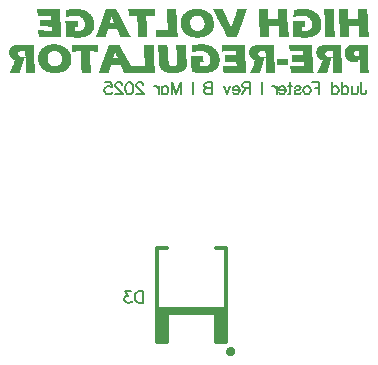
<source format=gbr>
%TF.GenerationSoftware,Altium Limited,Altium Designer,25.3.3 (18)*%
G04 Layer_Color=32896*
%FSLAX45Y45*%
%MOMM*%
%TF.SameCoordinates,6C4DDBA2-F481-4B1E-A352-F181FF77F2E2*%
%TF.FilePolarity,Positive*%
%TF.FileFunction,Legend,Bot*%
%TF.Part,Single*%
G01*
G75*
%TA.AperFunction,NonConductor*%
%ADD65C,0.20000*%
%ADD67C,0.30000*%
%ADD68C,0.40000*%
%ADD77R,5.90000X0.80000*%
%ADD78R,0.85000X2.47500*%
G36*
X9221346Y4299249D02*
Y4297768D01*
Y4295916D01*
Y4292027D01*
X9221531Y4287583D01*
X9221716Y4282769D01*
Y4277585D01*
X9221901Y4272215D01*
X9222272Y4261660D01*
X9222457Y4256476D01*
X9222642Y4251661D01*
X9222827Y4247217D01*
Y4243329D01*
X9223012Y4241662D01*
Y4240181D01*
Y4238700D01*
X9223197Y4237589D01*
Y4236848D01*
Y4236107D01*
Y4235737D01*
Y4235552D01*
X9223568Y4226849D01*
X9223938Y4218331D01*
X9224308Y4210554D01*
X9224494Y4203148D01*
X9224864Y4196297D01*
X9225234Y4190001D01*
X9225605Y4184076D01*
X9225790Y4178891D01*
X9226160Y4174262D01*
X9226345Y4170003D01*
X9226530Y4166485D01*
X9226716Y4163707D01*
X9226901Y4161300D01*
Y4159634D01*
X9227086Y4158708D01*
Y4158338D01*
X9227456Y4152783D01*
X9227827Y4146857D01*
X9228382Y4140562D01*
X9228752Y4134266D01*
X9229678Y4121675D01*
X9230234Y4115379D01*
X9230789Y4109639D01*
X9231160Y4103899D01*
X9231530Y4098899D01*
X9232085Y4094270D01*
X9232271Y4090197D01*
X9232456Y4088530D01*
X9232641Y4087049D01*
Y4085567D01*
X9232826Y4084456D01*
Y4083531D01*
X9233011Y4082975D01*
Y4082605D01*
Y4082420D01*
X9205792D01*
X9132281Y4082605D01*
X9067658D01*
X9061548Y4082420D01*
X9039513D01*
X9038957Y4093344D01*
X9038217Y4103899D01*
X9038031Y4108898D01*
X9037661Y4113713D01*
X9037476Y4118157D01*
X9037106Y4122415D01*
X9036920Y4126304D01*
X9036550Y4129822D01*
X9036365Y4132970D01*
X9036180Y4135562D01*
X9035995Y4137784D01*
X9035809Y4139266D01*
Y4140191D01*
Y4140562D01*
X9039698Y4140377D01*
X9043401Y4140006D01*
X9046734Y4139821D01*
X9049697Y4139636D01*
X9052474Y4139451D01*
X9054882D01*
X9056918Y4139266D01*
X9058770D01*
X9060437Y4139080D01*
X9062844D01*
X9063770Y4138895D01*
X9065251D01*
X9099877Y4138155D01*
X9104321D01*
X9108209Y4137969D01*
X9121726D01*
X9124319Y4137784D01*
X9150983D01*
X9149131Y4171484D01*
X9139688Y4171855D01*
X9130800Y4172225D01*
X9126541D01*
X9122467Y4172410D01*
X9115246D01*
X9112098Y4172595D01*
X9070806D01*
X9067288Y4172410D01*
X9052845D01*
X9052474Y4178521D01*
X9052289Y4184261D01*
X9051919Y4189816D01*
X9051549Y4195186D01*
X9051363Y4200370D01*
X9050993Y4204999D01*
X9050808Y4209443D01*
X9050438Y4213702D01*
X9050252Y4217406D01*
X9050067Y4220553D01*
X9049882Y4223516D01*
X9049697Y4225923D01*
X9049512Y4227775D01*
X9049327Y4229256D01*
Y4229997D01*
Y4230367D01*
X9053215Y4230182D01*
X9056918D01*
X9063770Y4229812D01*
X9070065Y4229627D01*
X9075620Y4229441D01*
X9080620D01*
X9084878Y4229256D01*
X9088767Y4229071D01*
X9094877D01*
X9097099Y4228886D01*
X9125245D01*
X9128763Y4229071D01*
X9139502D01*
X9141169Y4229256D01*
X9145428D01*
X9143576Y4261105D01*
X9138391Y4261290D01*
X9133762Y4261475D01*
X9129689D01*
X9126356Y4261660D01*
X9114320D01*
X9111913Y4261845D01*
X9079323D01*
X9069695Y4261660D01*
X9060066Y4261475D01*
X9055437Y4261290D01*
X9050993D01*
X9046734Y4261105D01*
X9042846Y4260920D01*
X9039328D01*
X9036180Y4260734D01*
X9033773D01*
X9031921Y4260549D01*
X9030254D01*
Y4264067D01*
Y4267215D01*
Y4269808D01*
X9030069Y4271844D01*
Y4273511D01*
Y4274622D01*
Y4275363D01*
Y4275548D01*
X9028958Y4293694D01*
X9028773Y4295916D01*
Y4297768D01*
X9028588Y4299619D01*
Y4301101D01*
Y4302397D01*
X9028403Y4303693D01*
Y4305545D01*
X9028218Y4306841D01*
Y4307581D01*
Y4307952D01*
Y4308137D01*
X9027662Y4317210D01*
X9043031D01*
X9059140Y4317025D01*
X9187460D01*
X9194312Y4317210D01*
X9221531D01*
X9221346Y4299249D01*
D02*
G37*
G36*
X8652701D02*
Y4297768D01*
Y4295916D01*
Y4292027D01*
X8652886Y4287583D01*
X8653071Y4282769D01*
Y4277585D01*
X8653257Y4272215D01*
X8653627Y4261660D01*
X8653812Y4256476D01*
X8653997Y4251661D01*
X8654182Y4247217D01*
Y4243329D01*
X8654368Y4241662D01*
Y4240181D01*
Y4238700D01*
X8654553Y4237589D01*
Y4236848D01*
Y4236107D01*
Y4235737D01*
Y4235552D01*
X8654923Y4226849D01*
X8655293Y4218331D01*
X8655664Y4210554D01*
X8655849Y4203148D01*
X8656219Y4196297D01*
X8656589Y4190001D01*
X8656960Y4184076D01*
X8657145Y4178891D01*
X8657515Y4174262D01*
X8657700Y4170003D01*
X8657886Y4166485D01*
X8658071Y4163707D01*
X8658256Y4161300D01*
Y4159634D01*
X8658441Y4158708D01*
Y4158338D01*
X8658811Y4152783D01*
X8659182Y4146857D01*
X8659737Y4140562D01*
X8660108Y4134266D01*
X8661033Y4121675D01*
X8661589Y4115379D01*
X8662144Y4109639D01*
X8662515Y4103899D01*
X8662885Y4098899D01*
X8663441Y4094270D01*
X8663626Y4090197D01*
X8663811Y4088530D01*
X8663996Y4087049D01*
Y4085567D01*
X8664181Y4084456D01*
Y4083531D01*
X8664366Y4082975D01*
Y4082605D01*
Y4082420D01*
X8637147D01*
X8563636Y4082605D01*
X8499013D01*
X8492903Y4082420D01*
X8470868D01*
X8470312Y4093344D01*
X8469572Y4103899D01*
X8469387Y4108898D01*
X8469016Y4113713D01*
X8468831Y4118157D01*
X8468461Y4122415D01*
X8468276Y4126304D01*
X8467905Y4129822D01*
X8467720Y4132970D01*
X8467535Y4135562D01*
X8467350Y4137784D01*
X8467165Y4139266D01*
Y4140191D01*
Y4140562D01*
X8471053Y4140377D01*
X8474756Y4140006D01*
X8478089Y4139821D01*
X8481052Y4139636D01*
X8483830Y4139451D01*
X8486237D01*
X8488274Y4139266D01*
X8490125D01*
X8491792Y4139080D01*
X8494199D01*
X8495125Y4138895D01*
X8496606D01*
X8531232Y4138155D01*
X8535676D01*
X8539565Y4137969D01*
X8553082D01*
X8555674Y4137784D01*
X8582338D01*
X8580486Y4171484D01*
X8571043Y4171855D01*
X8562155Y4172225D01*
X8557896D01*
X8553822Y4172410D01*
X8546601D01*
X8543453Y4172595D01*
X8502161D01*
X8498643Y4172410D01*
X8484200D01*
X8483830Y4178521D01*
X8483644Y4184261D01*
X8483274Y4189816D01*
X8482904Y4195186D01*
X8482719Y4200370D01*
X8482348Y4204999D01*
X8482163Y4209443D01*
X8481793Y4213702D01*
X8481608Y4217406D01*
X8481422Y4220553D01*
X8481237Y4223516D01*
X8481052Y4225923D01*
X8480867Y4227775D01*
X8480682Y4229256D01*
Y4229997D01*
Y4230367D01*
X8484570Y4230182D01*
X8488274D01*
X8495125Y4229812D01*
X8501420Y4229627D01*
X8506975Y4229441D01*
X8511975D01*
X8516234Y4229256D01*
X8520122Y4229071D01*
X8526233D01*
X8528455Y4228886D01*
X8556600D01*
X8560118Y4229071D01*
X8570858D01*
X8572524Y4229256D01*
X8576783D01*
X8574931Y4261105D01*
X8569747Y4261290D01*
X8565117Y4261475D01*
X8561044D01*
X8557711Y4261660D01*
X8545675D01*
X8543268Y4261845D01*
X8510679D01*
X8501050Y4261660D01*
X8491421Y4261475D01*
X8486792Y4261290D01*
X8482348D01*
X8478089Y4261105D01*
X8474201Y4260920D01*
X8470683D01*
X8467535Y4260734D01*
X8465128D01*
X8463276Y4260549D01*
X8461610D01*
Y4264067D01*
Y4267215D01*
Y4269808D01*
X8461425Y4271844D01*
Y4273511D01*
Y4274622D01*
Y4275363D01*
Y4275548D01*
X8460314Y4293694D01*
X8460128Y4295916D01*
Y4297768D01*
X8459943Y4299619D01*
Y4301101D01*
Y4302397D01*
X8459758Y4303693D01*
Y4305545D01*
X8459573Y4306841D01*
Y4307581D01*
Y4307952D01*
Y4308137D01*
X8459017Y4317210D01*
X8474386D01*
X8490496Y4317025D01*
X8618816D01*
X8625667Y4317210D01*
X8652886D01*
X8652701Y4299249D01*
D02*
G37*
G36*
X7408756Y4309989D02*
Y4306470D01*
X7408941Y4302952D01*
Y4299804D01*
X7409126Y4296842D01*
Y4294064D01*
X7409311Y4291657D01*
Y4289435D01*
X7409496Y4287398D01*
Y4285547D01*
Y4284065D01*
X7409682Y4282954D01*
Y4282214D01*
Y4281658D01*
Y4281473D01*
X7410422Y4259438D01*
X7339319Y4261290D01*
X7339689Y4243884D01*
X7340244Y4226664D01*
X7340800Y4209999D01*
X7341541Y4193704D01*
X7341911Y4185927D01*
X7342281Y4178150D01*
X7342837Y4170744D01*
X7343207Y4163522D01*
X7343577Y4156301D01*
X7344133Y4149635D01*
X7344503Y4142969D01*
X7344874Y4136673D01*
X7345429Y4130563D01*
X7345799Y4124823D01*
X7346170Y4119453D01*
X7346540Y4114268D01*
X7346910Y4109454D01*
X7347281Y4105010D01*
X7347651Y4100936D01*
X7348021Y4097233D01*
X7348207Y4093900D01*
X7348577Y4090937D01*
X7348762Y4088345D01*
X7348947Y4086308D01*
X7349132Y4084642D01*
Y4083345D01*
X7349318Y4082605D01*
Y4082420D01*
X7332653D01*
X7328209Y4082605D01*
X7285065D01*
X7281732Y4082420D01*
X7268585D01*
Y4092419D01*
X7268400Y4102603D01*
Y4107602D01*
X7268215Y4112416D01*
Y4117046D01*
X7268030Y4121490D01*
Y4125563D01*
Y4129452D01*
X7267844Y4132785D01*
Y4135562D01*
X7267659Y4137969D01*
Y4139636D01*
Y4140747D01*
Y4141117D01*
X7267289Y4153523D01*
X7266733Y4165744D01*
X7266548Y4171670D01*
X7266178Y4177410D01*
X7265993Y4182780D01*
X7265808Y4187779D01*
X7265623Y4192593D01*
X7265252Y4196852D01*
X7265067Y4200555D01*
Y4203888D01*
X7264882Y4206481D01*
X7264697Y4208332D01*
Y4209073D01*
Y4209629D01*
Y4209814D01*
Y4209999D01*
X7264141Y4219257D01*
X7263586Y4228330D01*
X7263215Y4232774D01*
X7263030Y4237033D01*
X7262660Y4241107D01*
X7262290Y4244810D01*
X7262104Y4248328D01*
X7261734Y4251476D01*
X7261549Y4254439D01*
X7261364Y4256661D01*
X7261179Y4258698D01*
Y4260179D01*
X7260993Y4260920D01*
Y4261290D01*
X7243217D01*
X7238218Y4261105D01*
X7233033Y4260920D01*
X7222664Y4260734D01*
X7217479Y4260549D01*
X7212665Y4260364D01*
X7208036Y4260179D01*
X7203777Y4259994D01*
X7199889Y4259809D01*
X7196556D01*
X7193778Y4259623D01*
X7192667D01*
X7191741Y4259438D01*
X7190075D01*
Y4262956D01*
Y4266104D01*
Y4269067D01*
X7189890Y4271659D01*
Y4273696D01*
Y4275177D01*
Y4276103D01*
Y4276474D01*
X7189704Y4279621D01*
X7189519Y4282954D01*
Y4286473D01*
X7189334Y4289805D01*
X7189149Y4292768D01*
Y4294064D01*
X7188964Y4295175D01*
Y4296101D01*
Y4296842D01*
Y4297212D01*
Y4297397D01*
X7187853Y4317580D01*
X7213221Y4317210D01*
X7253216D01*
X7294508Y4317025D01*
X7328394D01*
X7338948Y4317210D01*
X7367093D01*
X7375241Y4317395D01*
X7397276D01*
X7399683Y4317580D01*
X7408571D01*
X7408756Y4309989D01*
D02*
G37*
G36*
X9017478Y4191853D02*
X9017848Y4182409D01*
X9018034Y4177780D01*
X9018219Y4173336D01*
X9018589Y4169077D01*
X9018774Y4165004D01*
X9018959Y4161300D01*
X9019145Y4157967D01*
X9019330Y4155005D01*
Y4152597D01*
X9019515Y4150561D01*
X9019700Y4149079D01*
Y4148154D01*
Y4147783D01*
X9009886Y4147968D01*
X9005257D01*
X9000813Y4148154D01*
X8988777D01*
X8985444Y4148339D01*
X8954892D01*
X8946745Y4148154D01*
X8939338D01*
X8935820Y4147968D01*
X8927673D01*
X8925636Y4147783D01*
X8923043D01*
X8922673Y4158152D01*
X8922488Y4163152D01*
X8922303Y4167966D01*
X8922118Y4172595D01*
X8921932Y4177039D01*
X8921747Y4181298D01*
X8921377Y4185187D01*
X8921192Y4188705D01*
X8921007Y4191853D01*
X8920821Y4194630D01*
X8920636Y4197037D01*
X8920451Y4198889D01*
X8920266Y4200370D01*
Y4201111D01*
Y4201481D01*
X8929709Y4201111D01*
X8938782Y4200926D01*
X8943041D01*
X8946930Y4200741D01*
X8954336D01*
X8957484Y4200555D01*
X8977482D01*
X8986000Y4200741D01*
X8994147Y4200926D01*
X8998036D01*
X9001554Y4201111D01*
X9008035D01*
X9010627Y4201296D01*
X9012849D01*
X9014701Y4201481D01*
X9017293D01*
X9017478Y4191853D01*
D02*
G37*
G36*
X8296812Y4321654D02*
X8305700Y4321099D01*
X8314032Y4320173D01*
X8321995Y4319062D01*
X8329401Y4317766D01*
X8336252Y4316284D01*
X8342548Y4314618D01*
X8348288Y4313136D01*
X8353473Y4311470D01*
X8358102Y4309803D01*
X8361990Y4308322D01*
X8365138Y4307026D01*
X8367731Y4305915D01*
X8369582Y4304989D01*
X8370138Y4304619D01*
X8370693Y4304434D01*
X8370878Y4304248D01*
X8371064D01*
X8376989Y4300915D01*
X8382544Y4297212D01*
X8387728Y4293509D01*
X8392543Y4289620D01*
X8396987Y4285547D01*
X8401060Y4281658D01*
X8404764Y4277770D01*
X8408097Y4274066D01*
X8411059Y4270548D01*
X8413652Y4267400D01*
X8415874Y4264438D01*
X8417725Y4262031D01*
X8419022Y4259994D01*
X8420133Y4258327D01*
X8420688Y4257401D01*
X8420873Y4257031D01*
X8423836Y4251476D01*
X8426613Y4245736D01*
X8428835Y4239996D01*
X8430872Y4234441D01*
X8432539Y4228886D01*
X8433835Y4223516D01*
X8434946Y4218331D01*
X8435872Y4213517D01*
X8436612Y4209073D01*
X8437168Y4204999D01*
X8437538Y4201481D01*
X8437908Y4198333D01*
Y4195741D01*
X8438094Y4193890D01*
Y4193334D01*
Y4192779D01*
Y4192593D01*
Y4192408D01*
X8437908Y4184631D01*
X8437168Y4177039D01*
X8436612Y4173521D01*
X8436057Y4170188D01*
X8435501Y4167040D01*
X8434946Y4164078D01*
X8434390Y4161300D01*
X8433835Y4158893D01*
X8433279Y4156671D01*
X8432724Y4155005D01*
X8432353Y4153523D01*
X8431983Y4152412D01*
X8431798Y4151672D01*
Y4151486D01*
X8429206Y4144265D01*
X8426243Y4137784D01*
X8424576Y4134636D01*
X8423095Y4131859D01*
X8421614Y4129267D01*
X8420133Y4126859D01*
X8418651Y4124637D01*
X8417355Y4122786D01*
X8416244Y4121119D01*
X8415318Y4119638D01*
X8414392Y4118527D01*
X8413837Y4117786D01*
X8413467Y4117231D01*
X8413281Y4117046D01*
X8408467Y4111861D01*
X8403468Y4107232D01*
X8398468Y4103343D01*
X8393839Y4100010D01*
X8391617Y4098529D01*
X8389580Y4097418D01*
X8387728Y4096307D01*
X8386247Y4095381D01*
X8384951Y4094826D01*
X8384025Y4094270D01*
X8383470Y4094085D01*
X8383284Y4093900D01*
X8376433Y4090937D01*
X8369397Y4088530D01*
X8362731Y4086493D01*
X8359583Y4085567D01*
X8356621Y4084827D01*
X8353658Y4084086D01*
X8351251Y4083531D01*
X8349029Y4082975D01*
X8346992Y4082605D01*
X8345511Y4082234D01*
X8344214Y4082049D01*
X8343474Y4081864D01*
X8343289D01*
X8334956Y4080568D01*
X8326809Y4079642D01*
X8322920Y4079457D01*
X8319217Y4079087D01*
X8315699Y4078901D01*
X8312366Y4078716D01*
X8309218Y4078531D01*
X8306441Y4078346D01*
X8304033D01*
X8301997Y4078161D01*
X8292553D01*
X8286998Y4078346D01*
X8281628Y4078531D01*
X8276629Y4078901D01*
X8274407D01*
X8272370Y4079087D01*
X8270518D01*
X8268852Y4079272D01*
X8267556D01*
X8266630Y4079457D01*
X8265889D01*
X8259408Y4080012D01*
X8253483Y4080383D01*
X8250891Y4080753D01*
X8248298Y4080938D01*
X8246076Y4081123D01*
X8243854Y4081309D01*
X8242003Y4081494D01*
X8240336Y4081679D01*
X8238855Y4081864D01*
X8237744Y4082049D01*
X8236818D01*
X8236078Y4082234D01*
X8235522D01*
X8233115Y4082605D01*
X8230523Y4082975D01*
X8224968Y4083716D01*
X8219042Y4084642D01*
X8213487Y4085753D01*
X8210895Y4086123D01*
X8208488Y4086493D01*
X8206266Y4086864D01*
X8204414Y4087234D01*
X8202933Y4087604D01*
X8201637Y4087789D01*
X8200896Y4087975D01*
X8200711D01*
X8200526Y4092604D01*
X8200340Y4097603D01*
X8200155Y4102973D01*
X8199970Y4108343D01*
X8199600Y4119268D01*
X8199415Y4124637D01*
X8199044Y4129822D01*
X8198859Y4134636D01*
X8198674Y4139266D01*
X8198489Y4143339D01*
X8198304Y4146857D01*
X8198118Y4149635D01*
Y4150931D01*
X8197933Y4151857D01*
Y4152597D01*
Y4153153D01*
Y4153523D01*
Y4153708D01*
X8197563Y4161300D01*
X8197007Y4168707D01*
X8196637Y4175558D01*
X8196267Y4182224D01*
X8195896Y4188149D01*
X8195526Y4193890D01*
X8195156Y4199074D01*
X8194785Y4203888D01*
X8194415Y4208147D01*
X8194230Y4211851D01*
X8193860Y4214998D01*
X8193674Y4217776D01*
X8193489Y4219813D01*
Y4221294D01*
X8193304Y4222220D01*
Y4222590D01*
X8197378D01*
X8201822Y4222405D01*
X8206451D01*
X8211265Y4222220D01*
X8225893D01*
X8230523Y4222035D01*
X8274037D01*
X8277925Y4222220D01*
X8291072D01*
X8293479Y4222405D01*
X8299589D01*
Y4217406D01*
Y4213332D01*
X8299775Y4209814D01*
Y4207036D01*
Y4204814D01*
X8299960Y4203333D01*
Y4202407D01*
Y4202037D01*
Y4199815D01*
X8300145Y4197963D01*
Y4196297D01*
Y4194815D01*
X8300330Y4193890D01*
Y4192964D01*
Y4192593D01*
Y4192408D01*
X8301441Y4168151D01*
X8280332Y4168337D01*
X8278110D01*
X8276444Y4168151D01*
X8274962D01*
X8273296Y4167966D01*
X8272185D01*
X8271259Y4167781D01*
X8270889D01*
X8272740Y4137599D01*
X8278110Y4136488D01*
X8283480Y4135562D01*
X8288479Y4135007D01*
X8292923Y4134451D01*
X8294775D01*
X8296627Y4134266D01*
X8298108D01*
X8299404Y4134081D01*
X8301997D01*
X8308292Y4134451D01*
X8314032Y4135192D01*
X8319217Y4136118D01*
X8321624Y4136673D01*
X8323661Y4137414D01*
X8325698Y4137969D01*
X8327550Y4138525D01*
X8329031Y4139080D01*
X8330327Y4139636D01*
X8331438Y4140006D01*
X8332179Y4140377D01*
X8332549Y4140562D01*
X8332734D01*
X8337548Y4143339D01*
X8341437Y4146302D01*
X8344955Y4149450D01*
X8347733Y4152597D01*
X8349769Y4155375D01*
X8350695Y4156486D01*
X8351436Y4157597D01*
X8351806Y4158523D01*
X8352177Y4159078D01*
X8352547Y4159449D01*
Y4159634D01*
X8354584Y4164448D01*
X8356065Y4169448D01*
X8357176Y4174447D01*
X8357917Y4179076D01*
X8358102Y4181113D01*
X8358287Y4182965D01*
X8358472Y4184631D01*
Y4186113D01*
X8358657Y4187224D01*
Y4188149D01*
Y4188705D01*
Y4188890D01*
X8358472Y4194815D01*
X8357732Y4200555D01*
X8356806Y4205740D01*
X8356435Y4208147D01*
X8355880Y4210369D01*
X8355324Y4212406D01*
X8354769Y4214258D01*
X8354399Y4215739D01*
X8354028Y4217035D01*
X8353658Y4218146D01*
X8353288Y4219072D01*
X8353102Y4219442D01*
Y4219628D01*
X8350695Y4224812D01*
X8348103Y4229627D01*
X8345325Y4233885D01*
X8342733Y4237404D01*
X8341437Y4239070D01*
X8340326Y4240366D01*
X8339215Y4241662D01*
X8338289Y4242588D01*
X8337548Y4243329D01*
X8336993Y4243884D01*
X8336623Y4244255D01*
X8336437Y4244440D01*
X8331993Y4248143D01*
X8327364Y4251291D01*
X8322920Y4254068D01*
X8318662Y4256105D01*
X8316810Y4257031D01*
X8314958Y4257772D01*
X8313477Y4258512D01*
X8311996Y4259068D01*
X8310885Y4259438D01*
X8310144Y4259809D01*
X8309588Y4259994D01*
X8309403D01*
X8303478Y4261660D01*
X8297553Y4262956D01*
X8291812Y4263882D01*
X8286813Y4264623D01*
X8284406Y4264808D01*
X8282369Y4264993D01*
X8280517D01*
X8278851Y4265178D01*
X8275888D01*
X8270704Y4264993D01*
X8268111Y4264808D01*
X8265704D01*
X8263667Y4264623D01*
X8262186Y4264438D01*
X8261075Y4264253D01*
X8260705D01*
X8254039Y4263512D01*
X8250891Y4263142D01*
X8247928Y4262771D01*
X8245521Y4262216D01*
X8243484Y4262031D01*
X8242743Y4261845D01*
X8242188Y4261660D01*
X8241818D01*
X8238114Y4261105D01*
X8234781Y4260364D01*
X8231819Y4259809D01*
X8229226Y4259253D01*
X8227190Y4258698D01*
X8225708Y4258327D01*
X8224782Y4258142D01*
X8224412Y4257957D01*
X8222931Y4257587D01*
X8221264Y4257031D01*
X8217561Y4256105D01*
X8213672Y4255179D01*
X8209784Y4254068D01*
X8206266Y4253328D01*
X8204599Y4252772D01*
X8203303Y4252587D01*
X8202192Y4252217D01*
X8201266Y4252032D01*
X8200711Y4251846D01*
X8200526D01*
X8200896Y4257957D01*
X8201266Y4263882D01*
X8201637Y4269622D01*
X8201822Y4275177D01*
X8202007Y4280362D01*
X8202192Y4285362D01*
X8202377Y4289991D01*
Y4294249D01*
X8202562Y4298323D01*
Y4301841D01*
X8202748Y4304804D01*
Y4307396D01*
Y4309433D01*
Y4310914D01*
Y4311840D01*
Y4312211D01*
X8211636Y4313877D01*
X8220153Y4315358D01*
X8228301Y4316655D01*
X8236263Y4317766D01*
X8243669Y4318691D01*
X8250520Y4319432D01*
X8257001Y4320173D01*
X8263112Y4320728D01*
X8268482Y4321099D01*
X8273296Y4321284D01*
X8277370Y4321469D01*
X8280888Y4321654D01*
X8282369D01*
X8283665Y4321839D01*
X8287368D01*
X8296812Y4321654D01*
D02*
G37*
G36*
X7804641Y4317395D02*
X7808529D01*
X7812047Y4317210D01*
X7821306D01*
X7823898Y4317025D01*
X7850192D01*
X7857413Y4317210D01*
X7869819D01*
X7872226Y4317395D01*
X7878152D01*
Y4311285D01*
Y4304989D01*
X7878522Y4292027D01*
Y4285547D01*
X7878707Y4279066D01*
X7878892Y4272955D01*
X7879077Y4267215D01*
X7879263Y4261660D01*
X7879448Y4256661D01*
X7879633Y4252032D01*
Y4248328D01*
X7879818Y4246662D01*
Y4244995D01*
Y4243884D01*
X7880003Y4242773D01*
Y4241847D01*
Y4241292D01*
Y4240922D01*
Y4240737D01*
X7880744Y4224072D01*
X7881114Y4215739D01*
X7881485Y4207777D01*
X7881855Y4200000D01*
X7882410Y4192408D01*
X7882781Y4185372D01*
X7883151Y4178706D01*
X7883521Y4172595D01*
X7883892Y4167226D01*
X7884262Y4162226D01*
X7884447Y4160189D01*
X7884632Y4158152D01*
X7884818Y4156486D01*
Y4154819D01*
X7885003Y4153523D01*
Y4152412D01*
Y4151486D01*
X7885188Y4150931D01*
Y4150561D01*
Y4150375D01*
X7885558Y4145561D01*
X7885929Y4140377D01*
X7886484Y4135007D01*
X7886854Y4129452D01*
X7887780Y4118157D01*
X7888336Y4112602D01*
X7888891Y4107232D01*
X7889262Y4102232D01*
X7889632Y4097418D01*
X7890187Y4093344D01*
X7890373Y4089641D01*
X7890558Y4087975D01*
X7890743Y4086678D01*
Y4085382D01*
X7890928Y4084271D01*
Y4083531D01*
X7891113Y4082975D01*
Y4082605D01*
Y4082420D01*
X7874263D01*
X7857413Y4082605D01*
X7735018D01*
X7729093Y4082420D01*
X7698541D01*
X7694097Y4082605D01*
X7647250D01*
X7643731Y4082420D01*
X7629659D01*
X7626696Y4089271D01*
X7623734Y4095752D01*
X7620771Y4102047D01*
X7618179Y4108158D01*
X7615401Y4113713D01*
X7612994Y4119082D01*
X7610772Y4124082D01*
X7608550Y4128711D01*
X7606513Y4132785D01*
X7604847Y4136488D01*
X7603365Y4139636D01*
X7602069Y4142228D01*
X7600958Y4144450D01*
X7600217Y4145932D01*
X7599847Y4146857D01*
X7599662Y4147228D01*
X7520041D01*
X7517633Y4140747D01*
X7515411Y4134451D01*
X7513375Y4128341D01*
X7511338Y4122415D01*
X7509486Y4116860D01*
X7507634Y4111491D01*
X7506153Y4106491D01*
X7504672Y4101862D01*
X7503376Y4097603D01*
X7502265Y4093715D01*
X7501339Y4090382D01*
X7500598Y4087604D01*
X7499857Y4085382D01*
X7499487Y4083716D01*
X7499117Y4082790D01*
Y4082420D01*
X7483933D01*
X7479489Y4082605D01*
X7433383D01*
X7430050Y4082420D01*
X7416348D01*
X7426161Y4110194D01*
X7476341Y4246291D01*
X7501154Y4317210D01*
X7508745D01*
X7516708Y4317025D01*
X7572813D01*
X7576331Y4317210D01*
X7592626D01*
X7595218Y4311655D01*
X7597625Y4306656D01*
X7599662Y4302397D01*
X7601328Y4298879D01*
X7602069Y4297397D01*
X7602810Y4296101D01*
X7603365Y4294990D01*
X7603736Y4294064D01*
X7604106Y4293324D01*
X7604476Y4292768D01*
X7604661Y4292583D01*
Y4292398D01*
X7613920Y4274066D01*
X7700577Y4110935D01*
X7705145Y4101557D01*
X7702429Y4139821D01*
X7707429Y4139636D01*
X7712798Y4139451D01*
X7718353Y4139266D01*
X7724094Y4139080D01*
X7735759Y4138895D01*
X7741499Y4138710D01*
X7752054D01*
X7756868Y4138525D01*
X7782791D01*
X7788346Y4138710D01*
X7798715D01*
X7800752Y4138895D01*
X7806307D01*
X7805752Y4158523D01*
X7800752Y4252957D01*
X7796679Y4317580D01*
X7800752D01*
X7804641Y4317395D01*
D02*
G37*
G36*
X8079612D02*
X8083316D01*
X8087019Y4317210D01*
X8096648D01*
X8099425Y4317025D01*
X8129607D01*
X8135903Y4317210D01*
X8150716D01*
X8153864Y4248884D01*
X8154049Y4245180D01*
X8154234Y4241477D01*
X8154419Y4238144D01*
X8154604Y4235182D01*
X8154790Y4232404D01*
X8154975Y4229812D01*
X8155160Y4227405D01*
X8155345Y4225368D01*
Y4223516D01*
X8155530Y4221850D01*
X8155715Y4220553D01*
Y4219442D01*
Y4218517D01*
X8155901Y4217961D01*
Y4217591D01*
Y4217406D01*
X8157937Y4191297D01*
X8158308Y4185742D01*
X8158678Y4180743D01*
X8158863Y4178706D01*
X8159048Y4176669D01*
X8159234Y4174817D01*
Y4173336D01*
X8159419Y4171855D01*
Y4170559D01*
Y4169633D01*
X8159604Y4168707D01*
Y4168151D01*
Y4167596D01*
Y4167411D01*
Y4167226D01*
Y4164448D01*
X8159789Y4161856D01*
Y4159819D01*
Y4158152D01*
Y4156671D01*
Y4155745D01*
Y4155190D01*
Y4155005D01*
X8159604Y4150375D01*
X8159234Y4146117D01*
X8158863Y4142043D01*
X8158308Y4138710D01*
X8157752Y4135747D01*
X8157567Y4134636D01*
X8157197Y4133525D01*
X8157012Y4132785D01*
Y4132229D01*
X8156826Y4131859D01*
Y4131674D01*
X8155715Y4128156D01*
X8154419Y4124823D01*
X8153123Y4122045D01*
X8151827Y4119638D01*
X8150716Y4117601D01*
X8149790Y4116120D01*
X8149235Y4115194D01*
X8149049Y4114824D01*
X8147013Y4112231D01*
X8144791Y4109824D01*
X8142384Y4107417D01*
X8139976Y4105380D01*
X8137940Y4103714D01*
X8136273Y4102232D01*
X8135162Y4101492D01*
X8134977Y4101121D01*
X8134792D01*
X8130903Y4098529D01*
X8127015Y4096122D01*
X8123126Y4094085D01*
X8119423Y4092233D01*
X8116275Y4090752D01*
X8114979Y4090197D01*
X8113868Y4089641D01*
X8112942Y4089271D01*
X8112201Y4088900D01*
X8111831Y4088715D01*
X8111646D01*
X8106646Y4086864D01*
X8101462Y4085382D01*
X8096648Y4084086D01*
X8092018Y4082975D01*
X8090167Y4082605D01*
X8088315Y4082234D01*
X8086649Y4081864D01*
X8085167Y4081679D01*
X8084056Y4081309D01*
X8083316D01*
X8082760Y4081123D01*
X8082575D01*
X8075724Y4080198D01*
X8069243Y4079457D01*
X8062947Y4078901D01*
X8059985Y4078716D01*
X8057207Y4078531D01*
X8054615Y4078346D01*
X8050356D01*
X8048690Y4078161D01*
X8045357D01*
X8037394Y4078346D01*
X8029803Y4078716D01*
X8026099Y4078901D01*
X8022581Y4079272D01*
X8019248Y4079642D01*
X8016285Y4080012D01*
X8013508Y4080198D01*
X8010916Y4080568D01*
X8008694Y4080938D01*
X8006842Y4081123D01*
X8005361Y4081309D01*
X8004250Y4081494D01*
X8003509Y4081679D01*
X8003324D01*
X7995732Y4083160D01*
X7988696Y4085012D01*
X7985363Y4086123D01*
X7982400Y4087049D01*
X7979437Y4088160D01*
X7976845Y4089086D01*
X7974438Y4090011D01*
X7972216Y4090937D01*
X7970364Y4091863D01*
X7968883Y4092419D01*
X7967587Y4093159D01*
X7966661Y4093530D01*
X7966105Y4093715D01*
X7965920Y4093900D01*
X7962958Y4095566D01*
X7959995Y4097233D01*
X7957403Y4099085D01*
X7954996Y4100751D01*
X7952588Y4102417D01*
X7950552Y4104084D01*
X7948700Y4105750D01*
X7947033Y4107232D01*
X7945552Y4108713D01*
X7944256Y4110009D01*
X7943145Y4111120D01*
X7942219Y4112046D01*
X7941478Y4112787D01*
X7940923Y4113342D01*
X7940738Y4113713D01*
X7940553Y4113898D01*
X7937405Y4118157D01*
X7934812Y4122601D01*
X7932590Y4126859D01*
X7930924Y4130933D01*
X7929628Y4134451D01*
X7929072Y4135933D01*
X7928702Y4137229D01*
X7928332Y4138155D01*
X7928146Y4139080D01*
X7927961Y4139451D01*
Y4139636D01*
X7927221Y4142599D01*
X7926665Y4146117D01*
X7926110Y4150005D01*
X7925739Y4154079D01*
X7925369Y4158523D01*
X7924999Y4162967D01*
X7924258Y4171670D01*
X7924073Y4175928D01*
X7923888Y4179817D01*
Y4183335D01*
X7923702Y4186483D01*
X7923517Y4188890D01*
Y4190927D01*
Y4191668D01*
Y4192223D01*
Y4192408D01*
Y4192593D01*
Y4193149D01*
X7923332Y4193890D01*
Y4194630D01*
Y4195000D01*
X7915000Y4317395D01*
X7992214D01*
X7992955Y4317025D01*
X7993695Y4316099D01*
X7994251Y4314618D01*
X7994806Y4312766D01*
X7995362Y4310359D01*
X7995732Y4307952D01*
X7996473Y4302397D01*
X7997028Y4296842D01*
X7997213Y4294435D01*
X7997399Y4292027D01*
Y4290176D01*
X7997584Y4288694D01*
Y4287769D01*
Y4287398D01*
X7998139Y4277029D01*
X7998695Y4266475D01*
X7998880Y4261290D01*
X7999250Y4256290D01*
X7999621Y4251476D01*
X7999806Y4247032D01*
X8000176Y4242773D01*
X8000361Y4238885D01*
X8000546Y4235552D01*
X8000732Y4232589D01*
X8000917Y4230367D01*
Y4228516D01*
X8001102Y4227405D01*
Y4227219D01*
Y4227034D01*
X8001472Y4220183D01*
X8002028Y4213887D01*
X8002398Y4208332D01*
X8002768Y4203148D01*
X8003139Y4198704D01*
X8003324Y4194630D01*
X8003694Y4191112D01*
X8003879Y4188149D01*
X8004250Y4185557D01*
X8004435Y4183335D01*
X8004620Y4181669D01*
X8004805Y4180187D01*
Y4179261D01*
X8004990Y4178521D01*
Y4178150D01*
Y4177965D01*
X8005546Y4174262D01*
X8006101Y4170929D01*
X8006657Y4168151D01*
X8007212Y4165929D01*
X8007768Y4164078D01*
X8008138Y4162782D01*
X8008323Y4162041D01*
X8008508Y4161856D01*
X8009619Y4159078D01*
X8010730Y4156301D01*
X8011841Y4153894D01*
X8012952Y4151672D01*
X8013878Y4149820D01*
X8014619Y4148339D01*
X8014989Y4147598D01*
X8015174Y4147228D01*
X8016100Y4146672D01*
X8017026Y4145932D01*
X8019063Y4144450D01*
X8019804Y4143895D01*
X8020544Y4143339D01*
X8021100Y4142969D01*
X8021285Y4142784D01*
X8022396Y4142043D01*
X8023322Y4141302D01*
X8024433Y4140191D01*
X8025173Y4139451D01*
X8025359Y4139266D01*
X8029247Y4138525D01*
X8032580Y4137969D01*
X8035728Y4137599D01*
X8038320Y4137414D01*
X8040357Y4137229D01*
X8042024Y4137044D01*
X8043320D01*
X8046468Y4137229D01*
X8049615Y4137414D01*
X8052393Y4137784D01*
X8054800Y4138340D01*
X8056837Y4138895D01*
X8058503Y4139266D01*
X8059429Y4139451D01*
X8059799Y4139636D01*
X8062577Y4140747D01*
X8064984Y4142043D01*
X8067021Y4143339D01*
X8068873Y4144635D01*
X8070169Y4145746D01*
X8071280Y4146672D01*
X8071835Y4147413D01*
X8072020Y4147598D01*
X8073502Y4149635D01*
X8074798Y4151857D01*
X8075724Y4154079D01*
X8076650Y4156116D01*
X8077205Y4157967D01*
X8077575Y4159449D01*
X8077946Y4160374D01*
Y4160745D01*
X8078501Y4163893D01*
X8078872Y4167411D01*
X8079242Y4170744D01*
X8079427Y4174077D01*
Y4176854D01*
X8079612Y4178150D01*
Y4179261D01*
Y4180002D01*
Y4180743D01*
Y4181113D01*
Y4181298D01*
Y4182780D01*
Y4184631D01*
X8079427Y4188335D01*
Y4192408D01*
X8079242Y4196482D01*
X8079057Y4200000D01*
Y4201666D01*
Y4202963D01*
X8078872Y4204074D01*
Y4204999D01*
Y4205555D01*
Y4205740D01*
X8078501Y4212221D01*
X8078131Y4218702D01*
X8077761Y4224812D01*
X8077575Y4227775D01*
X8077390Y4230552D01*
Y4233145D01*
X8077205Y4235552D01*
X8077020Y4237589D01*
X8076835Y4239440D01*
Y4240737D01*
X8076650Y4241847D01*
Y4242588D01*
Y4242773D01*
X8071465Y4317580D01*
X8079612Y4317395D01*
D02*
G37*
G36*
X9590011Y4318136D02*
X9596122D01*
X9602047Y4317951D01*
X9604639D01*
X9607232Y4317766D01*
X9611305D01*
X9612787Y4317580D01*
X9615009D01*
X9619082Y4317395D01*
X9622971D01*
X9626674Y4317210D01*
X9630192D01*
X9633525Y4317025D01*
X9641673D01*
X9644080Y4316840D01*
X9657782D01*
X9664448Y4317025D01*
X9670929D01*
X9677039Y4317210D01*
X9680002D01*
X9682594Y4317395D01*
X9686853D01*
X9688520Y4317580D01*
X9690742D01*
Y4314062D01*
Y4310729D01*
Y4307581D01*
X9690556Y4304989D01*
Y4302397D01*
Y4300175D01*
Y4298138D01*
Y4296471D01*
Y4294990D01*
Y4293694D01*
Y4292583D01*
Y4291842D01*
Y4291102D01*
Y4290731D01*
Y4290361D01*
Y4286843D01*
Y4283510D01*
Y4280177D01*
Y4277399D01*
X9690742Y4274992D01*
Y4273141D01*
Y4272400D01*
Y4271844D01*
Y4271659D01*
Y4271474D01*
X9692408Y4212591D01*
X9696852Y4128896D01*
X9700000Y4082420D01*
X9685001D01*
X9680928Y4082605D01*
X9661856D01*
X9625008Y4082420D01*
Y4107602D01*
Y4109269D01*
Y4111305D01*
Y4113527D01*
X9624823Y4115935D01*
Y4118712D01*
Y4121490D01*
X9624637Y4127785D01*
X9624452Y4134636D01*
X9624267Y4141858D01*
X9624082Y4149264D01*
X9623897Y4156671D01*
X9623712Y4163893D01*
X9623526Y4170744D01*
Y4177039D01*
X9623341Y4179817D01*
Y4182594D01*
X9623156Y4185002D01*
Y4187224D01*
Y4189075D01*
X9622971Y4190742D01*
Y4192038D01*
Y4192964D01*
Y4193519D01*
Y4193704D01*
X9622786Y4200926D01*
X9622601Y4207777D01*
X9622230Y4214443D01*
X9622045Y4220924D01*
X9621675Y4226849D01*
X9621490Y4232589D01*
X9621304Y4237774D01*
X9620934Y4242588D01*
X9620749Y4246847D01*
X9620564Y4250735D01*
X9620379Y4254068D01*
X9620193Y4256846D01*
X9620008Y4259068D01*
X9619823Y4260734D01*
Y4261660D01*
Y4262031D01*
X9608713Y4262956D01*
X9606306Y4263142D01*
X9604084D01*
X9602047Y4263327D01*
X9596492D01*
X9592604Y4263142D01*
X9590937Y4262956D01*
X9589456D01*
X9588160Y4262771D01*
X9587234Y4262586D01*
X9586678Y4262401D01*
X9586493D01*
X9583345Y4261660D01*
X9582049Y4261105D01*
X9580938Y4260549D01*
X9580012Y4259994D01*
X9579272Y4259623D01*
X9578901Y4259438D01*
X9578716Y4259253D01*
X9576494Y4257401D01*
X9575013Y4255550D01*
X9574457Y4254624D01*
X9574087Y4253883D01*
X9573902Y4253513D01*
Y4253328D01*
X9572976Y4250365D01*
X9572421Y4247773D01*
X9572235Y4246477D01*
Y4245551D01*
Y4244995D01*
Y4244810D01*
X9572606Y4241107D01*
X9573346Y4237774D01*
X9574643Y4234811D01*
X9575939Y4232219D01*
X9577235Y4230182D01*
X9578531Y4228701D01*
X9579272Y4227775D01*
X9579642Y4227405D01*
X9581123Y4226108D01*
X9582605Y4224997D01*
X9586123Y4223331D01*
X9590011Y4222035D01*
X9593715Y4221294D01*
X9597048Y4220739D01*
X9598529Y4220553D01*
X9599640D01*
X9600751Y4220368D01*
X9605380D01*
X9608528Y4220553D01*
X9611676Y4220924D01*
X9614638Y4221294D01*
X9617231Y4221479D01*
X9619268Y4221850D01*
X9620008D01*
X9620564Y4222035D01*
X9621119D01*
X9620193Y4217591D01*
X9619268Y4213147D01*
X9618342Y4208703D01*
X9617231Y4204444D01*
X9616860Y4202592D01*
X9616490Y4200926D01*
X9616120Y4199259D01*
X9615749Y4197963D01*
X9615564Y4196852D01*
X9615379Y4196111D01*
X9615194Y4195556D01*
Y4195371D01*
X9613898Y4190001D01*
X9612787Y4185002D01*
X9611861Y4180743D01*
X9610935Y4177039D01*
X9610750Y4175373D01*
X9610380Y4174077D01*
X9610194Y4172781D01*
X9610009Y4171855D01*
X9609824Y4171114D01*
X9609639Y4170559D01*
Y4170188D01*
Y4170003D01*
X9604454Y4169262D01*
X9599825Y4168707D01*
X9595751Y4168151D01*
X9592418Y4167966D01*
X9589456Y4167781D01*
X9588345Y4167596D01*
X9585752D01*
X9580938Y4167781D01*
X9576494Y4167966D01*
X9572050Y4168522D01*
X9567791Y4169077D01*
X9563718Y4169818D01*
X9560014Y4170559D01*
X9556496Y4171484D01*
X9553163Y4172410D01*
X9550201Y4173151D01*
X9547608Y4174077D01*
X9545386Y4174817D01*
X9543349Y4175558D01*
X9541868Y4176114D01*
X9540757Y4176669D01*
X9540016Y4176854D01*
X9539831Y4177039D01*
X9536128Y4178891D01*
X9532610Y4181113D01*
X9529277Y4183335D01*
X9526129Y4185742D01*
X9523352Y4187964D01*
X9520574Y4190557D01*
X9518352Y4192779D01*
X9516130Y4195186D01*
X9514093Y4197408D01*
X9512427Y4199444D01*
X9511131Y4201296D01*
X9509834Y4202963D01*
X9508909Y4204259D01*
X9508353Y4205185D01*
X9507983Y4205925D01*
X9507798Y4206110D01*
X9505761Y4209814D01*
X9504094Y4213517D01*
X9502428Y4217220D01*
X9501132Y4220924D01*
X9500021Y4224627D01*
X9499095Y4228145D01*
X9498354Y4231663D01*
X9497799Y4234811D01*
X9497243Y4237774D01*
X9496873Y4240551D01*
X9496688Y4242958D01*
X9496502Y4244995D01*
X9496317Y4246662D01*
Y4247773D01*
Y4248699D01*
Y4248884D01*
X9496502Y4252957D01*
X9496873Y4257031D01*
X9497243Y4260734D01*
X9497799Y4264067D01*
X9498539Y4266845D01*
X9498724Y4268141D01*
X9498910Y4269067D01*
X9499095Y4269808D01*
X9499280Y4270363D01*
X9499465Y4270733D01*
Y4270919D01*
X9500761Y4274992D01*
X9502057Y4278696D01*
X9503724Y4282029D01*
X9505020Y4284991D01*
X9506501Y4287398D01*
X9507612Y4289250D01*
X9507983Y4289805D01*
X9508353Y4290361D01*
X9508538Y4290546D01*
Y4290731D01*
X9510945Y4293879D01*
X9513353Y4296842D01*
X9515945Y4299249D01*
X9518352Y4301471D01*
X9520389Y4303323D01*
X9522241Y4304619D01*
X9523352Y4305359D01*
X9523537Y4305730D01*
X9523722D01*
X9527240Y4307952D01*
X9530758Y4309989D01*
X9534276Y4311655D01*
X9537424Y4312951D01*
X9540202Y4313877D01*
X9541313Y4314247D01*
X9542424Y4314618D01*
X9543164Y4314803D01*
X9543720Y4314988D01*
X9544090Y4315173D01*
X9544275D01*
X9546497Y4315729D01*
X9549090Y4316284D01*
X9554459Y4317025D01*
X9560014Y4317580D01*
X9565569Y4317951D01*
X9568162Y4318136D01*
X9570569D01*
X9572791Y4318321D01*
X9584086D01*
X9590011Y4318136D01*
D02*
G37*
G36*
X9372626D02*
X9378737D01*
X9381700Y4317951D01*
X9386884D01*
X9389106Y4317766D01*
X9392810D01*
X9394291Y4317580D01*
X9396142D01*
X9403179Y4317395D01*
X9409474Y4317210D01*
X9412437Y4317025D01*
X9420214D01*
X9422436Y4316840D01*
X9435953D01*
X9442249Y4317025D01*
X9448359D01*
X9454285Y4317210D01*
X9456877D01*
X9459469Y4317395D01*
X9463543D01*
X9465024Y4317580D01*
X9467246D01*
Y4312951D01*
Y4308137D01*
X9467431Y4298323D01*
Y4288509D01*
X9467617Y4283880D01*
Y4279251D01*
Y4275177D01*
X9467802Y4271289D01*
Y4267771D01*
Y4264808D01*
X9467987Y4262401D01*
Y4260549D01*
Y4259994D01*
Y4259438D01*
Y4259253D01*
Y4259068D01*
X9468172Y4246477D01*
X9468357Y4240366D01*
X9468542Y4234441D01*
X9468728Y4228701D01*
X9468913Y4223331D01*
X9469098Y4218331D01*
X9469283Y4213517D01*
Y4209258D01*
X9469468Y4205370D01*
X9469653Y4202037D01*
X9469839Y4199074D01*
Y4196852D01*
X9470024Y4195186D01*
Y4194075D01*
Y4193704D01*
X9470209Y4187964D01*
X9470579Y4182409D01*
X9470764Y4177225D01*
X9471135Y4172225D01*
X9471320Y4167411D01*
X9471505Y4162967D01*
X9471875Y4158708D01*
X9472061Y4154819D01*
X9472246Y4151486D01*
X9472431Y4148339D01*
X9472616Y4145746D01*
X9472801Y4143339D01*
X9472986Y4141673D01*
X9473172Y4140377D01*
Y4139451D01*
Y4139266D01*
X9473542Y4134822D01*
X9473912Y4130192D01*
X9474653Y4120564D01*
X9475394Y4111120D01*
X9475764Y4106491D01*
X9476134Y4102047D01*
X9476505Y4097974D01*
X9476875Y4094270D01*
X9477245Y4090937D01*
X9477430Y4087975D01*
X9477616Y4085753D01*
X9477801Y4083901D01*
X9477986Y4082790D01*
Y4082605D01*
Y4082420D01*
X9463728D01*
X9459840Y4082605D01*
X9416696D01*
X9413363Y4082420D01*
X9400031D01*
X9399846Y4101307D01*
X9399661Y4110565D01*
X9399475Y4119453D01*
X9399290Y4127970D01*
X9399105Y4136303D01*
X9398920Y4144080D01*
X9398735Y4151301D01*
X9398550Y4157967D01*
X9398364Y4164078D01*
Y4166670D01*
X9398179Y4169262D01*
Y4171670D01*
X9397994Y4173706D01*
Y4175743D01*
Y4177410D01*
Y4178891D01*
X9397809Y4180002D01*
Y4180928D01*
Y4181669D01*
Y4182039D01*
Y4182224D01*
X9397439Y4191297D01*
X9397253Y4199815D01*
X9396883Y4207962D01*
X9396513Y4215554D01*
X9396142Y4222775D01*
X9395957Y4229256D01*
X9395587Y4235367D01*
X9395402Y4240922D01*
X9395032Y4245736D01*
X9394846Y4250180D01*
X9394661Y4253883D01*
X9394476Y4257031D01*
X9394291Y4259438D01*
X9394106Y4261105D01*
Y4262216D01*
Y4262586D01*
X9390032Y4262771D01*
X9386329D01*
X9384847Y4262956D01*
X9382625D01*
X9377996Y4263142D01*
X9375959Y4263327D01*
X9367627D01*
X9364849Y4263142D01*
X9362257D01*
X9359850Y4262956D01*
X9357628Y4262771D01*
X9355591Y4262586D01*
X9353925Y4262401D01*
X9352258Y4262216D01*
X9350962Y4261845D01*
X9349666Y4261660D01*
X9348740Y4261475D01*
X9347999Y4261290D01*
X9346888Y4261105D01*
X9346518Y4260920D01*
X9343926Y4259994D01*
X9341704Y4258883D01*
X9339852Y4257587D01*
X9338371Y4256476D01*
X9337260Y4255550D01*
X9336334Y4254624D01*
X9335964Y4254068D01*
X9335778Y4253883D01*
X9334667Y4252032D01*
X9333927Y4250365D01*
X9333186Y4248513D01*
X9332816Y4246847D01*
X9332631Y4245366D01*
X9332445Y4244255D01*
Y4243514D01*
Y4243329D01*
X9332631Y4240551D01*
X9333186Y4237959D01*
X9333927Y4235552D01*
X9334667Y4233515D01*
X9335593Y4231663D01*
X9336334Y4230182D01*
X9336889Y4229441D01*
X9337075Y4229071D01*
X9338926Y4226664D01*
X9340963Y4224627D01*
X9343370Y4222775D01*
X9345407Y4221479D01*
X9347444Y4220368D01*
X9349110Y4219442D01*
X9350221Y4219072D01*
X9350406Y4218887D01*
X9350592D01*
X9354110Y4217776D01*
X9357628Y4217035D01*
X9361146Y4216295D01*
X9364294Y4215924D01*
X9367071Y4215739D01*
X9368182D01*
X9369293Y4215554D01*
X9374478D01*
X9378181Y4215924D01*
X9381700Y4216109D01*
X9385033Y4216480D01*
X9387995Y4216850D01*
X9389291Y4217035D01*
X9390402D01*
X9391143Y4217220D01*
X9391884Y4217406D01*
X9392439D01*
X9372812Y4162967D01*
X9371701Y4159263D01*
X9370590Y4155745D01*
X9369664Y4152597D01*
X9368738Y4149635D01*
X9367997Y4146857D01*
X9367071Y4144450D01*
X9366516Y4142228D01*
X9365775Y4140191D01*
X9365220Y4138340D01*
X9364664Y4136858D01*
X9364294Y4135562D01*
X9363924Y4134451D01*
X9363738Y4133711D01*
X9363553Y4133155D01*
X9363368Y4132785D01*
Y4132600D01*
X9362627Y4130192D01*
X9361702Y4127600D01*
X9360776Y4124637D01*
X9359850Y4121860D01*
X9359109Y4119453D01*
X9358369Y4117231D01*
X9358183Y4116490D01*
X9357998Y4115935D01*
X9357813Y4115564D01*
Y4115379D01*
X9356702Y4111491D01*
X9355591Y4107787D01*
X9354480Y4104269D01*
X9353554Y4100936D01*
X9352628Y4097974D01*
X9351888Y4095381D01*
X9351147Y4092974D01*
X9350406Y4090752D01*
X9349851Y4088715D01*
X9349481Y4087049D01*
X9348925Y4085753D01*
X9348555Y4084456D01*
X9348370Y4083531D01*
X9348185Y4082975D01*
X9347999Y4082605D01*
Y4082420D01*
X9333001D01*
X9328742Y4082605D01*
X9281895D01*
X9278747Y4082420D01*
X9265230D01*
X9265971Y4084827D01*
X9266711Y4087049D01*
X9267267Y4088900D01*
X9267822Y4090567D01*
X9268193Y4092048D01*
X9268748Y4093159D01*
X9269119Y4094270D01*
X9269489Y4095196D01*
X9270044Y4096492D01*
X9270415Y4097233D01*
X9270600Y4097603D01*
Y4097788D01*
X9293375Y4148709D01*
X9294857Y4152042D01*
X9296338Y4155190D01*
X9297634Y4158338D01*
X9298745Y4161115D01*
X9299671Y4163337D01*
X9300412Y4165189D01*
X9300782Y4165744D01*
X9300967Y4166300D01*
X9301152Y4166485D01*
Y4166670D01*
X9309670Y4184631D01*
X9304300Y4186668D01*
X9299486Y4188705D01*
X9295227Y4190742D01*
X9291709Y4192593D01*
X9290228Y4193334D01*
X9288931Y4194075D01*
X9287820Y4194815D01*
X9286709Y4195371D01*
X9285969Y4195926D01*
X9285413Y4196111D01*
X9285228Y4196482D01*
X9285043D01*
X9281525Y4199074D01*
X9278377Y4201666D01*
X9275785Y4204259D01*
X9273377Y4206851D01*
X9271526Y4208888D01*
X9270044Y4210554D01*
X9269304Y4211665D01*
X9268933Y4211851D01*
Y4212036D01*
X9266711Y4215554D01*
X9264675Y4218887D01*
X9263008Y4222220D01*
X9261712Y4225183D01*
X9260786Y4227775D01*
X9260045Y4229812D01*
X9259860Y4230552D01*
X9259675Y4231108D01*
X9259490Y4231293D01*
Y4231478D01*
X9258379Y4235552D01*
X9257638Y4239440D01*
X9257083Y4243144D01*
X9256713Y4246477D01*
X9256527Y4249439D01*
X9256342Y4250735D01*
Y4251661D01*
Y4252587D01*
Y4253143D01*
Y4253513D01*
Y4253698D01*
X9256527Y4257587D01*
X9256713Y4261105D01*
X9257268Y4264438D01*
X9257638Y4267400D01*
X9258194Y4269808D01*
X9258749Y4271659D01*
X9258934Y4272400D01*
Y4272955D01*
X9259120Y4273141D01*
Y4273326D01*
X9260231Y4276659D01*
X9261527Y4279807D01*
X9262823Y4282584D01*
X9264119Y4284991D01*
X9265230Y4286843D01*
X9266156Y4288324D01*
X9266897Y4289250D01*
X9267082Y4289620D01*
X9269119Y4292213D01*
X9271155Y4294620D01*
X9273192Y4296657D01*
X9275229Y4298508D01*
X9276896Y4300175D01*
X9278192Y4301286D01*
X9279118Y4302026D01*
X9279488Y4302212D01*
X9282451Y4304248D01*
X9285413Y4306100D01*
X9288561Y4307581D01*
X9291339Y4308878D01*
X9293931Y4309989D01*
X9295783Y4310729D01*
X9296523Y4311100D01*
X9297079Y4311285D01*
X9297449Y4311470D01*
X9297634D01*
X9301708Y4312766D01*
X9305596Y4313877D01*
X9309485Y4314803D01*
X9313003Y4315358D01*
X9316151Y4315914D01*
X9317447Y4316099D01*
X9318558Y4316284D01*
X9319299D01*
X9320039Y4316469D01*
X9320595D01*
X9327446Y4317025D01*
X9334297Y4317580D01*
X9340963Y4317951D01*
X9343926D01*
X9346888Y4318136D01*
X9349666D01*
X9352073Y4318321D01*
X9366331D01*
X9372626Y4318136D01*
D02*
G37*
G36*
X8803982D02*
X8810092D01*
X8813055Y4317951D01*
X8818239D01*
X8820461Y4317766D01*
X8824165D01*
X8825646Y4317580D01*
X8827498D01*
X8834534Y4317395D01*
X8840830Y4317210D01*
X8843792Y4317025D01*
X8851569D01*
X8853791Y4316840D01*
X8867308D01*
X8873604Y4317025D01*
X8879715D01*
X8885640Y4317210D01*
X8888232D01*
X8890824Y4317395D01*
X8894898D01*
X8896379Y4317580D01*
X8898601D01*
Y4312951D01*
Y4308137D01*
X8898787Y4298323D01*
Y4288509D01*
X8898972Y4283880D01*
Y4279251D01*
Y4275177D01*
X8899157Y4271289D01*
Y4267771D01*
Y4264808D01*
X8899342Y4262401D01*
Y4260549D01*
Y4259994D01*
Y4259438D01*
Y4259253D01*
Y4259068D01*
X8899527Y4246477D01*
X8899712Y4240366D01*
X8899898Y4234441D01*
X8900083Y4228701D01*
X8900268Y4223331D01*
X8900453Y4218331D01*
X8900638Y4213517D01*
Y4209258D01*
X8900823Y4205370D01*
X8901009Y4202037D01*
X8901194Y4199074D01*
Y4196852D01*
X8901379Y4195186D01*
Y4194075D01*
Y4193704D01*
X8901564Y4187964D01*
X8901934Y4182409D01*
X8902120Y4177225D01*
X8902490Y4172225D01*
X8902675Y4167411D01*
X8902860Y4162967D01*
X8903231Y4158708D01*
X8903416Y4154819D01*
X8903601Y4151486D01*
X8903786Y4148339D01*
X8903971Y4145746D01*
X8904156Y4143339D01*
X8904342Y4141673D01*
X8904527Y4140377D01*
Y4139451D01*
Y4139266D01*
X8904897Y4134822D01*
X8905267Y4130192D01*
X8906008Y4120564D01*
X8906749Y4111120D01*
X8907119Y4106491D01*
X8907489Y4102047D01*
X8907860Y4097974D01*
X8908230Y4094270D01*
X8908600Y4090937D01*
X8908786Y4087975D01*
X8908971Y4085753D01*
X8909156Y4083901D01*
X8909341Y4082790D01*
Y4082605D01*
Y4082420D01*
X8895083D01*
X8891195Y4082605D01*
X8848051D01*
X8844718Y4082420D01*
X8831386D01*
X8831201Y4101307D01*
X8831016Y4110565D01*
X8830831Y4119453D01*
X8830646Y4127970D01*
X8830460Y4136303D01*
X8830275Y4144080D01*
X8830090Y4151301D01*
X8829905Y4157967D01*
X8829720Y4164078D01*
Y4166670D01*
X8829535Y4169262D01*
Y4171670D01*
X8829349Y4173706D01*
Y4175743D01*
Y4177410D01*
Y4178891D01*
X8829164Y4180002D01*
Y4180928D01*
Y4181669D01*
Y4182039D01*
Y4182224D01*
X8828794Y4191297D01*
X8828609Y4199815D01*
X8828238Y4207962D01*
X8827868Y4215554D01*
X8827498Y4222775D01*
X8827313Y4229256D01*
X8826942Y4235367D01*
X8826757Y4240922D01*
X8826387Y4245736D01*
X8826202Y4250180D01*
X8826016Y4253883D01*
X8825831Y4257031D01*
X8825646Y4259438D01*
X8825461Y4261105D01*
Y4262216D01*
Y4262586D01*
X8821387Y4262771D01*
X8817684D01*
X8816203Y4262956D01*
X8813981D01*
X8809351Y4263142D01*
X8807315Y4263327D01*
X8798982D01*
X8796205Y4263142D01*
X8793612D01*
X8791205Y4262956D01*
X8788983Y4262771D01*
X8786946Y4262586D01*
X8785280Y4262401D01*
X8783613Y4262216D01*
X8782317Y4261845D01*
X8781021Y4261660D01*
X8780095Y4261475D01*
X8779355Y4261290D01*
X8778244Y4261105D01*
X8777873Y4260920D01*
X8775281Y4259994D01*
X8773059Y4258883D01*
X8771207Y4257587D01*
X8769726Y4256476D01*
X8768615Y4255550D01*
X8767689Y4254624D01*
X8767319Y4254068D01*
X8767134Y4253883D01*
X8766023Y4252032D01*
X8765282Y4250365D01*
X8764541Y4248513D01*
X8764171Y4246847D01*
X8763986Y4245366D01*
X8763801Y4244255D01*
Y4243514D01*
Y4243329D01*
X8763986Y4240551D01*
X8764541Y4237959D01*
X8765282Y4235552D01*
X8766023Y4233515D01*
X8766948Y4231663D01*
X8767689Y4230182D01*
X8768245Y4229441D01*
X8768430Y4229071D01*
X8770281Y4226664D01*
X8772318Y4224627D01*
X8774725Y4222775D01*
X8776762Y4221479D01*
X8778799Y4220368D01*
X8780466Y4219442D01*
X8781577Y4219072D01*
X8781762Y4218887D01*
X8781947D01*
X8785465Y4217776D01*
X8788983Y4217035D01*
X8792501Y4216295D01*
X8795649Y4215924D01*
X8798427Y4215739D01*
X8799538D01*
X8800649Y4215554D01*
X8805833D01*
X8809537Y4215924D01*
X8813055Y4216109D01*
X8816388Y4216480D01*
X8819350Y4216850D01*
X8820647Y4217035D01*
X8821758D01*
X8822498Y4217220D01*
X8823239Y4217406D01*
X8823794D01*
X8804167Y4162967D01*
X8803056Y4159263D01*
X8801945Y4155745D01*
X8801019Y4152597D01*
X8800093Y4149635D01*
X8799352Y4146857D01*
X8798427Y4144450D01*
X8797871Y4142228D01*
X8797130Y4140191D01*
X8796575Y4138340D01*
X8796019Y4136858D01*
X8795649Y4135562D01*
X8795279Y4134451D01*
X8795094Y4133711D01*
X8794908Y4133155D01*
X8794723Y4132785D01*
Y4132600D01*
X8793983Y4130192D01*
X8793057Y4127600D01*
X8792131Y4124637D01*
X8791205Y4121860D01*
X8790465Y4119453D01*
X8789724Y4117231D01*
X8789539Y4116490D01*
X8789354Y4115935D01*
X8789168Y4115564D01*
Y4115379D01*
X8788057Y4111491D01*
X8786946Y4107787D01*
X8785835Y4104269D01*
X8784910Y4100936D01*
X8783984Y4097974D01*
X8783243Y4095381D01*
X8782502Y4092974D01*
X8781762Y4090752D01*
X8781206Y4088715D01*
X8780836Y4087049D01*
X8780280Y4085753D01*
X8779910Y4084456D01*
X8779725Y4083531D01*
X8779540Y4082975D01*
X8779355Y4082605D01*
Y4082420D01*
X8764356D01*
X8760097Y4082605D01*
X8713250D01*
X8710102Y4082420D01*
X8696585D01*
X8697326Y4084827D01*
X8698067Y4087049D01*
X8698622Y4088900D01*
X8699178Y4090567D01*
X8699548Y4092048D01*
X8700104Y4093159D01*
X8700474Y4094270D01*
X8700844Y4095196D01*
X8701400Y4096492D01*
X8701770Y4097233D01*
X8701955Y4097603D01*
Y4097788D01*
X8724731Y4148709D01*
X8726212Y4152042D01*
X8727693Y4155190D01*
X8728989Y4158338D01*
X8730100Y4161115D01*
X8731026Y4163337D01*
X8731767Y4165189D01*
X8732137Y4165744D01*
X8732322Y4166300D01*
X8732508Y4166485D01*
Y4166670D01*
X8741025Y4184631D01*
X8735655Y4186668D01*
X8730841Y4188705D01*
X8726582Y4190742D01*
X8723064Y4192593D01*
X8721583Y4193334D01*
X8720287Y4194075D01*
X8719176Y4194815D01*
X8718065Y4195371D01*
X8717324Y4195926D01*
X8716768Y4196111D01*
X8716583Y4196482D01*
X8716398D01*
X8712880Y4199074D01*
X8709732Y4201666D01*
X8707140Y4204259D01*
X8704733Y4206851D01*
X8702881Y4208888D01*
X8701400Y4210554D01*
X8700659Y4211665D01*
X8700289Y4211851D01*
Y4212036D01*
X8698067Y4215554D01*
X8696030Y4218887D01*
X8694363Y4222220D01*
X8693067Y4225183D01*
X8692141Y4227775D01*
X8691401Y4229812D01*
X8691216Y4230552D01*
X8691030Y4231108D01*
X8690845Y4231293D01*
Y4231478D01*
X8689734Y4235552D01*
X8688994Y4239440D01*
X8688438Y4243144D01*
X8688068Y4246477D01*
X8687883Y4249439D01*
X8687697Y4250735D01*
Y4251661D01*
Y4252587D01*
Y4253143D01*
Y4253513D01*
Y4253698D01*
X8687883Y4257587D01*
X8688068Y4261105D01*
X8688623Y4264438D01*
X8688994Y4267400D01*
X8689549Y4269808D01*
X8690105Y4271659D01*
X8690290Y4272400D01*
Y4272955D01*
X8690475Y4273141D01*
Y4273326D01*
X8691586Y4276659D01*
X8692882Y4279807D01*
X8694178Y4282584D01*
X8695474Y4284991D01*
X8696585Y4286843D01*
X8697511Y4288324D01*
X8698252Y4289250D01*
X8698437Y4289620D01*
X8700474Y4292213D01*
X8702511Y4294620D01*
X8704547Y4296657D01*
X8706584Y4298508D01*
X8708251Y4300175D01*
X8709547Y4301286D01*
X8710473Y4302026D01*
X8710843Y4302212D01*
X8713806Y4304248D01*
X8716768Y4306100D01*
X8719916Y4307581D01*
X8722694Y4308878D01*
X8725286Y4309989D01*
X8727138Y4310729D01*
X8727878Y4311100D01*
X8728434Y4311285D01*
X8728804Y4311470D01*
X8728989D01*
X8733063Y4312766D01*
X8736952Y4313877D01*
X8740840Y4314803D01*
X8744358Y4315358D01*
X8747506Y4315914D01*
X8748802Y4316099D01*
X8749913Y4316284D01*
X8750654D01*
X8751394Y4316469D01*
X8751950D01*
X8758801Y4317025D01*
X8765652Y4317580D01*
X8772318Y4317951D01*
X8775281D01*
X8778244Y4318136D01*
X8781021D01*
X8783428Y4318321D01*
X8797686D01*
X8803982Y4318136D01*
D02*
G37*
G36*
X6770674D02*
X6776784D01*
X6779747Y4317951D01*
X6784932D01*
X6787154Y4317766D01*
X6790857D01*
X6792338Y4317580D01*
X6794190D01*
X6801226Y4317395D01*
X6807522Y4317210D01*
X6810484Y4317025D01*
X6818261D01*
X6820483Y4316840D01*
X6834001D01*
X6840296Y4317025D01*
X6846407D01*
X6852332Y4317210D01*
X6854924D01*
X6857517Y4317395D01*
X6861590D01*
X6863072Y4317580D01*
X6865294D01*
Y4312951D01*
Y4308137D01*
X6865479Y4298323D01*
Y4288509D01*
X6865664Y4283880D01*
Y4279251D01*
Y4275177D01*
X6865849Y4271289D01*
Y4267771D01*
Y4264808D01*
X6866034Y4262401D01*
Y4260549D01*
Y4259994D01*
Y4259438D01*
Y4259253D01*
Y4259068D01*
X6866219Y4246477D01*
X6866405Y4240366D01*
X6866590Y4234441D01*
X6866775Y4228701D01*
X6866960Y4223331D01*
X6867145Y4218331D01*
X6867330Y4213517D01*
Y4209258D01*
X6867516Y4205370D01*
X6867701Y4202037D01*
X6867886Y4199074D01*
Y4196852D01*
X6868071Y4195186D01*
Y4194075D01*
Y4193704D01*
X6868256Y4187964D01*
X6868627Y4182409D01*
X6868812Y4177225D01*
X6869182Y4172225D01*
X6869367Y4167411D01*
X6869552Y4162967D01*
X6869923Y4158708D01*
X6870108Y4154819D01*
X6870293Y4151486D01*
X6870478Y4148339D01*
X6870663Y4145746D01*
X6870849Y4143339D01*
X6871034Y4141673D01*
X6871219Y4140377D01*
Y4139451D01*
Y4139266D01*
X6871589Y4134822D01*
X6871960Y4130192D01*
X6872700Y4120564D01*
X6873441Y4111120D01*
X6873811Y4106491D01*
X6874182Y4102047D01*
X6874552Y4097974D01*
X6874922Y4094270D01*
X6875293Y4090937D01*
X6875478Y4087975D01*
X6875663Y4085753D01*
X6875848Y4083901D01*
X6876033Y4082790D01*
Y4082605D01*
Y4082420D01*
X6861775D01*
X6857887Y4082605D01*
X6814743D01*
X6811410Y4082420D01*
X6798078D01*
X6797893Y4101307D01*
X6797708Y4110565D01*
X6797523Y4119453D01*
X6797338Y4127970D01*
X6797153Y4136303D01*
X6796967Y4144080D01*
X6796782Y4151301D01*
X6796597Y4157967D01*
X6796412Y4164078D01*
Y4166670D01*
X6796227Y4169262D01*
Y4171670D01*
X6796042Y4173706D01*
Y4175743D01*
Y4177410D01*
Y4178891D01*
X6795856Y4180002D01*
Y4180928D01*
Y4181669D01*
Y4182039D01*
Y4182224D01*
X6795486Y4191297D01*
X6795301Y4199815D01*
X6794931Y4207962D01*
X6794560Y4215554D01*
X6794190Y4222775D01*
X6794005Y4229256D01*
X6793634Y4235367D01*
X6793449Y4240922D01*
X6793079Y4245736D01*
X6792894Y4250180D01*
X6792709Y4253883D01*
X6792523Y4257031D01*
X6792338Y4259438D01*
X6792153Y4261105D01*
Y4262216D01*
Y4262586D01*
X6788079Y4262771D01*
X6784376D01*
X6782895Y4262956D01*
X6780673D01*
X6776044Y4263142D01*
X6774007Y4263327D01*
X6765674D01*
X6762897Y4263142D01*
X6760304D01*
X6757897Y4262956D01*
X6755675Y4262771D01*
X6753639Y4262586D01*
X6751972Y4262401D01*
X6750306Y4262216D01*
X6749009Y4261845D01*
X6747713Y4261660D01*
X6746787Y4261475D01*
X6746047Y4261290D01*
X6744936Y4261105D01*
X6744565Y4260920D01*
X6741973Y4259994D01*
X6739751Y4258883D01*
X6737899Y4257587D01*
X6736418Y4256476D01*
X6735307Y4255550D01*
X6734381Y4254624D01*
X6734011Y4254068D01*
X6733826Y4253883D01*
X6732715Y4252032D01*
X6731974Y4250365D01*
X6731233Y4248513D01*
X6730863Y4246847D01*
X6730678Y4245366D01*
X6730493Y4244255D01*
Y4243514D01*
Y4243329D01*
X6730678Y4240551D01*
X6731233Y4237959D01*
X6731974Y4235552D01*
X6732715Y4233515D01*
X6733641Y4231663D01*
X6734381Y4230182D01*
X6734937Y4229441D01*
X6735122Y4229071D01*
X6736974Y4226664D01*
X6739010Y4224627D01*
X6741418Y4222775D01*
X6743454Y4221479D01*
X6745491Y4220368D01*
X6747158Y4219442D01*
X6748269Y4219072D01*
X6748454Y4218887D01*
X6748639D01*
X6752157Y4217776D01*
X6755675Y4217035D01*
X6759193Y4216295D01*
X6762341Y4215924D01*
X6765119Y4215739D01*
X6766230D01*
X6767341Y4215554D01*
X6772525D01*
X6776229Y4215924D01*
X6779747Y4216109D01*
X6783080Y4216480D01*
X6786043Y4216850D01*
X6787339Y4217035D01*
X6788450D01*
X6789190Y4217220D01*
X6789931Y4217406D01*
X6790487D01*
X6770859Y4162967D01*
X6769748Y4159263D01*
X6768637Y4155745D01*
X6767711Y4152597D01*
X6766785Y4149635D01*
X6766045Y4146857D01*
X6765119Y4144450D01*
X6764563Y4142228D01*
X6763823Y4140191D01*
X6763267Y4138340D01*
X6762712Y4136858D01*
X6762341Y4135562D01*
X6761971Y4134451D01*
X6761786Y4133711D01*
X6761601Y4133155D01*
X6761415Y4132785D01*
Y4132600D01*
X6760675Y4130192D01*
X6759749Y4127600D01*
X6758823Y4124637D01*
X6757897Y4121860D01*
X6757157Y4119453D01*
X6756416Y4117231D01*
X6756231Y4116490D01*
X6756046Y4115935D01*
X6755861Y4115564D01*
Y4115379D01*
X6754750Y4111491D01*
X6753639Y4107787D01*
X6752528Y4104269D01*
X6751602Y4100936D01*
X6750676Y4097974D01*
X6749935Y4095381D01*
X6749195Y4092974D01*
X6748454Y4090752D01*
X6747898Y4088715D01*
X6747528Y4087049D01*
X6746973Y4085753D01*
X6746602Y4084456D01*
X6746417Y4083531D01*
X6746232Y4082975D01*
X6746047Y4082605D01*
Y4082420D01*
X6731048D01*
X6726789Y4082605D01*
X6679942D01*
X6676795Y4082420D01*
X6663278D01*
X6664018Y4084827D01*
X6664759Y4087049D01*
X6665314Y4088900D01*
X6665870Y4090567D01*
X6666240Y4092048D01*
X6666796Y4093159D01*
X6667166Y4094270D01*
X6667536Y4095196D01*
X6668092Y4096492D01*
X6668462Y4097233D01*
X6668647Y4097603D01*
Y4097788D01*
X6691423Y4148709D01*
X6692904Y4152042D01*
X6694385Y4155190D01*
X6695682Y4158338D01*
X6696793Y4161115D01*
X6697718Y4163337D01*
X6698459Y4165189D01*
X6698829Y4165744D01*
X6699015Y4166300D01*
X6699200Y4166485D01*
Y4166670D01*
X6707717Y4184631D01*
X6702348Y4186668D01*
X6697533Y4188705D01*
X6693274Y4190742D01*
X6689756Y4192593D01*
X6688275Y4193334D01*
X6686979Y4194075D01*
X6685868Y4194815D01*
X6684757Y4195371D01*
X6684016Y4195926D01*
X6683461Y4196111D01*
X6683275Y4196482D01*
X6683090D01*
X6679572Y4199074D01*
X6676424Y4201666D01*
X6673832Y4204259D01*
X6671425Y4206851D01*
X6669573Y4208888D01*
X6668092Y4210554D01*
X6667351Y4211665D01*
X6666981Y4211851D01*
Y4212036D01*
X6664759Y4215554D01*
X6662722Y4218887D01*
X6661056Y4222220D01*
X6659759Y4225183D01*
X6658834Y4227775D01*
X6658093Y4229812D01*
X6657908Y4230552D01*
X6657723Y4231108D01*
X6657537Y4231293D01*
Y4231478D01*
X6656426Y4235552D01*
X6655686Y4239440D01*
X6655130Y4243144D01*
X6654760Y4246477D01*
X6654575Y4249439D01*
X6654390Y4250735D01*
Y4251661D01*
Y4252587D01*
Y4253143D01*
Y4253513D01*
Y4253698D01*
X6654575Y4257587D01*
X6654760Y4261105D01*
X6655315Y4264438D01*
X6655686Y4267400D01*
X6656241Y4269808D01*
X6656797Y4271659D01*
X6656982Y4272400D01*
Y4272955D01*
X6657167Y4273141D01*
Y4273326D01*
X6658278Y4276659D01*
X6659574Y4279807D01*
X6660870Y4282584D01*
X6662167Y4284991D01*
X6663278Y4286843D01*
X6664203Y4288324D01*
X6664944Y4289250D01*
X6665129Y4289620D01*
X6667166Y4292213D01*
X6669203Y4294620D01*
X6671240Y4296657D01*
X6673276Y4298508D01*
X6674943Y4300175D01*
X6676239Y4301286D01*
X6677165Y4302026D01*
X6677535Y4302212D01*
X6680498Y4304248D01*
X6683461Y4306100D01*
X6686608Y4307581D01*
X6689386Y4308878D01*
X6691978Y4309989D01*
X6693830Y4310729D01*
X6694571Y4311100D01*
X6695126Y4311285D01*
X6695496Y4311470D01*
X6695682D01*
X6699755Y4312766D01*
X6703644Y4313877D01*
X6707532Y4314803D01*
X6711050Y4315358D01*
X6714198Y4315914D01*
X6715494Y4316099D01*
X6716605Y4316284D01*
X6717346D01*
X6718087Y4316469D01*
X6718642D01*
X6725493Y4317025D01*
X6732344Y4317580D01*
X6739010Y4317951D01*
X6741973D01*
X6744936Y4318136D01*
X6747713D01*
X6750120Y4318321D01*
X6764378D01*
X6770674Y4318136D01*
D02*
G37*
G36*
X7044719Y4321654D02*
X7052311Y4321099D01*
X7059718Y4320358D01*
X7066754Y4319432D01*
X7073605Y4318136D01*
X7079901Y4316840D01*
X7085826Y4315358D01*
X7091381Y4313877D01*
X7096196Y4312396D01*
X7100640Y4310914D01*
X7104528Y4309618D01*
X7107676Y4308322D01*
X7110268Y4307396D01*
X7112305Y4306656D01*
X7112861Y4306285D01*
X7113416Y4306100D01*
X7113601Y4305915D01*
X7113786D01*
X7119897Y4302767D01*
X7125822Y4299434D01*
X7131192Y4295916D01*
X7136191Y4292213D01*
X7140821Y4288509D01*
X7145079Y4284806D01*
X7148783Y4281288D01*
X7152301Y4277770D01*
X7155264Y4274437D01*
X7158041Y4271289D01*
X7160263Y4268511D01*
X7161930Y4266104D01*
X7163411Y4264253D01*
X7164522Y4262771D01*
X7165077Y4261845D01*
X7165263Y4261475D01*
X7168410Y4256105D01*
X7171003Y4250365D01*
X7173410Y4244810D01*
X7175261Y4239070D01*
X7176928Y4233515D01*
X7178409Y4227960D01*
X7179520Y4222775D01*
X7180446Y4217776D01*
X7181187Y4212962D01*
X7181742Y4208703D01*
X7182113Y4204999D01*
X7182298Y4201666D01*
X7182483Y4199074D01*
X7182668Y4197963D01*
Y4197037D01*
Y4196297D01*
Y4195741D01*
Y4195556D01*
Y4195371D01*
X7182483Y4190557D01*
X7182298Y4186113D01*
X7181927Y4181669D01*
X7181372Y4177225D01*
X7180816Y4173151D01*
X7180076Y4169448D01*
X7179335Y4165744D01*
X7178594Y4162411D01*
X7177854Y4159449D01*
X7177113Y4156671D01*
X7176372Y4154449D01*
X7175817Y4152412D01*
X7175261Y4150746D01*
X7174891Y4149635D01*
X7174521Y4148894D01*
Y4148709D01*
X7172854Y4144821D01*
X7171003Y4140932D01*
X7166559Y4133896D01*
X7164337Y4130563D01*
X7161930Y4127230D01*
X7159522Y4124267D01*
X7157300Y4121675D01*
X7155078Y4119082D01*
X7153042Y4116860D01*
X7151190Y4115009D01*
X7149523Y4113342D01*
X7148227Y4112046D01*
X7147301Y4111120D01*
X7146561Y4110565D01*
X7146376Y4110380D01*
X7142672Y4107232D01*
X7138784Y4104454D01*
X7134710Y4101862D01*
X7130822Y4099270D01*
X7126933Y4097048D01*
X7123045Y4095196D01*
X7119341Y4093344D01*
X7115823Y4091678D01*
X7112490Y4090197D01*
X7109528Y4089086D01*
X7106750Y4087975D01*
X7104528Y4087234D01*
X7102676Y4086493D01*
X7101195Y4086123D01*
X7100454Y4085938D01*
X7100084Y4085753D01*
X7090085Y4083160D01*
X7080271Y4081309D01*
X7075457Y4080568D01*
X7071013Y4080012D01*
X7066569Y4079457D01*
X7062495Y4079087D01*
X7058607Y4078716D01*
X7055274Y4078531D01*
X7052311Y4078346D01*
X7049719D01*
X7047497Y4078161D01*
X7044719D01*
X7033980Y4078531D01*
X7028795Y4078901D01*
X7023796Y4079272D01*
X7018796Y4080012D01*
X7014167Y4080568D01*
X7009908Y4081309D01*
X7005835Y4082049D01*
X7002131Y4082605D01*
X6998798Y4083345D01*
X6995836Y4084086D01*
X6993428Y4084642D01*
X6991392Y4085012D01*
X6990095Y4085382D01*
X6989170Y4085753D01*
X6988799D01*
X6983800Y4087234D01*
X6978986Y4089086D01*
X6974356Y4090937D01*
X6970098Y4092974D01*
X6966024Y4094826D01*
X6962135Y4097048D01*
X6958617Y4099085D01*
X6955284Y4100936D01*
X6952322Y4102973D01*
X6949729Y4104639D01*
X6947507Y4106306D01*
X6945656Y4107602D01*
X6944174Y4108713D01*
X6943063Y4109639D01*
X6942323Y4110194D01*
X6942137Y4110380D01*
X6938619Y4113713D01*
X6935101Y4117046D01*
X6931953Y4120564D01*
X6928991Y4124082D01*
X6926398Y4127600D01*
X6923806Y4130933D01*
X6921584Y4134266D01*
X6919547Y4137414D01*
X6917881Y4140377D01*
X6916214Y4143154D01*
X6914918Y4145561D01*
X6913807Y4147598D01*
X6913066Y4149264D01*
X6912511Y4150561D01*
X6912141Y4151486D01*
X6911955Y4151672D01*
X6910104Y4156301D01*
X6908437Y4160930D01*
X6907141Y4165559D01*
X6905845Y4170188D01*
X6904734Y4174632D01*
X6903993Y4179076D01*
X6903253Y4183335D01*
X6902697Y4187224D01*
X6902327Y4190927D01*
X6901956Y4194260D01*
X6901771Y4197222D01*
X6901586Y4199815D01*
X6901401Y4201852D01*
Y4203333D01*
Y4204259D01*
Y4204629D01*
X6901586Y4209629D01*
X6901771Y4214628D01*
X6902327Y4219257D01*
X6902882Y4223701D01*
X6903623Y4227960D01*
X6904364Y4232034D01*
X6905289Y4235737D01*
X6906215Y4239255D01*
X6907141Y4242218D01*
X6908067Y4244995D01*
X6908808Y4247402D01*
X6909548Y4249439D01*
X6910104Y4251106D01*
X6910659Y4252217D01*
X6910844Y4252957D01*
X6911030Y4253143D01*
X6912881Y4257031D01*
X6914918Y4260920D01*
X6919547Y4267956D01*
X6921954Y4271289D01*
X6924176Y4274437D01*
X6926584Y4277214D01*
X6928991Y4279992D01*
X6931028Y4282399D01*
X6933064Y4284436D01*
X6934916Y4286287D01*
X6936583Y4287769D01*
X6937879Y4289065D01*
X6938805Y4289991D01*
X6939545Y4290546D01*
X6939730Y4290731D01*
X6943434Y4293694D01*
X6947137Y4296471D01*
X6950840Y4299064D01*
X6954729Y4301286D01*
X6958432Y4303508D01*
X6962135Y4305359D01*
X6965654Y4307211D01*
X6969172Y4308692D01*
X6972320Y4309989D01*
X6975097Y4311285D01*
X6977689Y4312211D01*
X6979911Y4312951D01*
X6981763Y4313692D01*
X6983059Y4314062D01*
X6983800Y4314433D01*
X6984170D01*
X6993799Y4316840D01*
X7003057Y4318691D01*
X7007686Y4319432D01*
X7011945Y4319988D01*
X7016019Y4320543D01*
X7019907Y4320913D01*
X7023611Y4321284D01*
X7026758Y4321469D01*
X7029721Y4321654D01*
X7032128D01*
X7033980Y4321839D01*
X7036757D01*
X7044719Y4321654D01*
D02*
G37*
G36*
X9689445Y4597953D02*
Y4593509D01*
Y4589065D01*
X9689631Y4584991D01*
Y4581288D01*
Y4577955D01*
X9689816Y4576659D01*
Y4575548D01*
Y4574622D01*
Y4573881D01*
Y4573511D01*
Y4573326D01*
X9690556Y4543884D01*
X9693519Y4477595D01*
X9700000Y4382419D01*
X9684631D01*
X9680372Y4382605D01*
X9660745D01*
X9618712Y4382419D01*
X9615935Y4475002D01*
X9531684D01*
X9532054Y4465929D01*
X9532425Y4456856D01*
X9532795Y4448153D01*
X9533165Y4439821D01*
X9533536Y4431859D01*
X9534091Y4424082D01*
X9534461Y4417046D01*
X9535017Y4410380D01*
X9535387Y4404269D01*
X9535943Y4398714D01*
X9536128Y4396307D01*
X9536313Y4394085D01*
X9536498Y4391863D01*
Y4390011D01*
X9536683Y4388345D01*
X9536869Y4386678D01*
Y4385382D01*
X9537054Y4384456D01*
Y4383530D01*
X9537239Y4382975D01*
Y4382605D01*
Y4382419D01*
X9520574D01*
X9516130Y4382605D01*
X9494651D01*
X9454655Y4382419D01*
Y4394085D01*
Y4405010D01*
X9454470Y4415564D01*
Y4425378D01*
X9454285Y4434451D01*
X9454099Y4443154D01*
X9453914Y4450931D01*
X9453729Y4458152D01*
Y4461485D01*
Y4464633D01*
X9453544Y4467411D01*
Y4470188D01*
X9453359Y4472780D01*
Y4475002D01*
Y4477224D01*
X9453174Y4479076D01*
Y4480743D01*
Y4482224D01*
Y4483520D01*
X9452988Y4484631D01*
Y4485372D01*
Y4485927D01*
Y4486298D01*
Y4486483D01*
X9452803Y4490556D01*
X9452618Y4494815D01*
X9452433Y4499259D01*
X9452248Y4503888D01*
X9451692Y4513887D01*
X9451137Y4524257D01*
X9450396Y4534996D01*
X9449841Y4545921D01*
X9449100Y4556661D01*
X9448544Y4567215D01*
X9447804Y4577399D01*
X9447433Y4582028D01*
X9447248Y4586658D01*
X9446878Y4591102D01*
X9446693Y4595175D01*
X9446508Y4599064D01*
X9446137Y4602582D01*
X9445952Y4605730D01*
X9445767Y4608692D01*
X9445582Y4611099D01*
X9445397Y4613321D01*
Y4614988D01*
X9445211Y4616284D01*
Y4617025D01*
Y4617210D01*
X9459840D01*
X9464098Y4617025D01*
X9487429D01*
X9527055Y4617210D01*
Y4614618D01*
X9526870Y4612210D01*
Y4609988D01*
Y4608137D01*
Y4606285D01*
X9526685Y4604804D01*
Y4603323D01*
Y4602212D01*
Y4600360D01*
Y4599064D01*
Y4598323D01*
Y4598138D01*
Y4596471D01*
Y4594435D01*
Y4592213D01*
X9526870Y4589620D01*
Y4584436D01*
X9527055Y4579251D01*
Y4576659D01*
X9527240Y4574251D01*
Y4572215D01*
Y4570178D01*
X9527425Y4568696D01*
Y4567585D01*
Y4566660D01*
Y4566474D01*
X9527610Y4562216D01*
Y4558327D01*
X9527796Y4554624D01*
X9527981Y4551291D01*
Y4548328D01*
X9528166Y4545551D01*
Y4542958D01*
X9528351Y4540736D01*
Y4538885D01*
X9528536Y4537218D01*
Y4535737D01*
Y4534626D01*
X9528721Y4533700D01*
Y4533145D01*
Y4532774D01*
Y4532589D01*
X9612972D01*
X9612787Y4538885D01*
X9612416Y4545736D01*
X9612046Y4552587D01*
X9611676Y4559809D01*
X9610750Y4573881D01*
X9610380Y4580732D01*
X9610009Y4587213D01*
X9609454Y4593509D01*
X9609083Y4599064D01*
X9608713Y4604248D01*
X9608528Y4606470D01*
X9608343Y4608692D01*
Y4610544D01*
X9608158Y4612210D01*
X9607972Y4613692D01*
Y4614988D01*
Y4615914D01*
X9607787Y4616654D01*
Y4617025D01*
Y4617210D01*
X9620749D01*
X9624637Y4617025D01*
X9671114D01*
X9674447Y4617210D01*
X9689631D01*
X9689445Y4597953D01*
D02*
G37*
G36*
X9404475Y4592398D02*
Y4585361D01*
X9404660Y4578140D01*
Y4570548D01*
X9404845Y4562586D01*
X9405030Y4554439D01*
X9405401Y4546291D01*
X9405956Y4529071D01*
X9406697Y4511665D01*
X9407438Y4494260D01*
X9408363Y4477039D01*
X9408919Y4468522D01*
X9409289Y4460374D01*
X9409660Y4452227D01*
X9410215Y4444450D01*
X9410585Y4437043D01*
X9411141Y4429822D01*
X9411511Y4422971D01*
X9411882Y4416490D01*
X9412252Y4410565D01*
X9412622Y4405010D01*
X9412993Y4400010D01*
X9413178Y4395566D01*
X9413548Y4391678D01*
X9413733Y4388530D01*
X9413918Y4385938D01*
Y4383901D01*
X9414104Y4383345D01*
Y4382790D01*
Y4382605D01*
Y4382419D01*
X9397068D01*
X9392439Y4382605D01*
X9369479D01*
X9331705Y4382419D01*
Y4395381D01*
X9331520Y4408343D01*
Y4414638D01*
X9331334Y4420749D01*
Y4426674D01*
X9331149Y4432044D01*
Y4437229D01*
Y4441858D01*
X9330964Y4445931D01*
Y4449450D01*
X9330779Y4452227D01*
Y4453338D01*
Y4454449D01*
Y4455190D01*
Y4455745D01*
Y4455930D01*
Y4456116D01*
X9330223Y4471114D01*
X9329853Y4486298D01*
X9329483Y4493704D01*
X9329298Y4500741D01*
X9328927Y4507592D01*
X9328742Y4514073D01*
X9328372Y4520183D01*
X9328187Y4525553D01*
X9328001Y4530552D01*
X9327816Y4532589D01*
Y4534626D01*
Y4536478D01*
X9327631Y4537959D01*
Y4539440D01*
X9327446Y4540551D01*
Y4541477D01*
Y4542033D01*
Y4542403D01*
Y4542588D01*
X9327076Y4548884D01*
X9326705Y4555365D01*
X9325965Y4568326D01*
X9325409Y4574622D01*
X9325039Y4580732D01*
X9324668Y4586658D01*
X9324298Y4592398D01*
X9323928Y4597582D01*
X9323557Y4602397D01*
X9323187Y4606656D01*
X9323002Y4610174D01*
X9322817Y4611840D01*
Y4613136D01*
X9322632Y4614432D01*
Y4615358D01*
X9322446Y4616099D01*
Y4616654D01*
Y4617025D01*
Y4617210D01*
X9337815D01*
X9341889Y4617025D01*
X9381329D01*
X9388366Y4617210D01*
X9404660D01*
X9404475Y4592398D01*
D02*
G37*
G36*
X9011182Y4597953D02*
Y4593509D01*
Y4589065D01*
X9011368Y4584991D01*
Y4581288D01*
Y4577955D01*
X9011553Y4576659D01*
Y4575548D01*
Y4574622D01*
Y4573881D01*
Y4573511D01*
Y4573326D01*
X9012293Y4543884D01*
X9015256Y4477595D01*
X9021737Y4382419D01*
X9006368D01*
X9002109Y4382605D01*
X8982482D01*
X8940449Y4382419D01*
X8937671Y4475002D01*
X8853421D01*
X8853791Y4465929D01*
X8854162Y4456856D01*
X8854532Y4448153D01*
X8854902Y4439821D01*
X8855273Y4431859D01*
X8855828Y4424082D01*
X8856198Y4417046D01*
X8856754Y4410380D01*
X8857124Y4404269D01*
X8857680Y4398714D01*
X8857865Y4396307D01*
X8858050Y4394085D01*
X8858235Y4391863D01*
Y4390011D01*
X8858420Y4388345D01*
X8858606Y4386678D01*
Y4385382D01*
X8858791Y4384456D01*
Y4383530D01*
X8858976Y4382975D01*
Y4382605D01*
Y4382419D01*
X8842311D01*
X8837867Y4382605D01*
X8816388D01*
X8776392Y4382419D01*
Y4394085D01*
Y4405010D01*
X8776207Y4415564D01*
Y4425378D01*
X8776022Y4434451D01*
X8775836Y4443154D01*
X8775651Y4450931D01*
X8775466Y4458152D01*
Y4461485D01*
Y4464633D01*
X8775281Y4467411D01*
Y4470188D01*
X8775096Y4472780D01*
Y4475002D01*
Y4477224D01*
X8774911Y4479076D01*
Y4480743D01*
Y4482224D01*
Y4483520D01*
X8774725Y4484631D01*
Y4485372D01*
Y4485927D01*
Y4486298D01*
Y4486483D01*
X8774540Y4490556D01*
X8774355Y4494815D01*
X8774170Y4499259D01*
X8773985Y4503888D01*
X8773429Y4513887D01*
X8772874Y4524257D01*
X8772133Y4534996D01*
X8771578Y4545921D01*
X8770837Y4556661D01*
X8770281Y4567215D01*
X8769541Y4577399D01*
X8769170Y4582028D01*
X8768985Y4586658D01*
X8768615Y4591102D01*
X8768430Y4595175D01*
X8768245Y4599064D01*
X8767874Y4602582D01*
X8767689Y4605730D01*
X8767504Y4608692D01*
X8767319Y4611099D01*
X8767134Y4613321D01*
Y4614988D01*
X8766948Y4616284D01*
Y4617025D01*
Y4617210D01*
X8781577D01*
X8785835Y4617025D01*
X8809166D01*
X8848792Y4617210D01*
Y4614618D01*
X8848607Y4612210D01*
Y4609988D01*
Y4608137D01*
Y4606285D01*
X8848421Y4604804D01*
Y4603323D01*
Y4602212D01*
Y4600360D01*
Y4599064D01*
Y4598323D01*
Y4598138D01*
Y4596471D01*
Y4594435D01*
Y4592213D01*
X8848607Y4589620D01*
Y4584436D01*
X8848792Y4579251D01*
Y4576659D01*
X8848977Y4574251D01*
Y4572215D01*
Y4570178D01*
X8849162Y4568696D01*
Y4567585D01*
Y4566660D01*
Y4566474D01*
X8849347Y4562216D01*
Y4558327D01*
X8849532Y4554624D01*
X8849718Y4551291D01*
Y4548328D01*
X8849903Y4545551D01*
Y4542958D01*
X8850088Y4540736D01*
Y4538885D01*
X8850273Y4537218D01*
Y4535737D01*
Y4534626D01*
X8850458Y4533700D01*
Y4533145D01*
Y4532774D01*
Y4532589D01*
X8934709D01*
X8934524Y4538885D01*
X8934153Y4545736D01*
X8933783Y4552587D01*
X8933413Y4559809D01*
X8932487Y4573881D01*
X8932117Y4580732D01*
X8931746Y4587213D01*
X8931191Y4593509D01*
X8930820Y4599064D01*
X8930450Y4604248D01*
X8930265Y4606470D01*
X8930080Y4608692D01*
Y4610544D01*
X8929895Y4612210D01*
X8929709Y4613692D01*
Y4614988D01*
Y4615914D01*
X8929524Y4616654D01*
Y4617025D01*
Y4617210D01*
X8942486D01*
X8946374Y4617025D01*
X8992851D01*
X8996184Y4617210D01*
X9011368D01*
X9011182Y4597953D01*
D02*
G37*
G36*
X8634370Y4520183D02*
X8594559Y4405565D01*
X8587523Y4382419D01*
X8570858D01*
X8566228Y4382605D01*
X8516974D01*
X8513641Y4382419D01*
X8500309D01*
X8498273Y4387049D01*
X8496236Y4391307D01*
X8494384Y4395381D01*
X8492532Y4399455D01*
X8490681Y4402973D01*
X8489199Y4406491D01*
X8487718Y4409639D01*
X8486237Y4412416D01*
X8484941Y4415009D01*
X8483830Y4417231D01*
X8482904Y4419268D01*
X8482163Y4420934D01*
X8481608Y4422230D01*
X8481052Y4423156D01*
X8480682Y4423711D01*
Y4423897D01*
X8422910Y4538144D01*
X8418836Y4546106D01*
X8415133Y4553698D01*
X8411245Y4561290D01*
X8407726Y4568511D01*
X8404393Y4575362D01*
X8401060Y4581843D01*
X8398098Y4588139D01*
X8395320Y4593694D01*
X8392728Y4599064D01*
X8390506Y4603693D01*
X8388654Y4607767D01*
X8386988Y4611099D01*
X8385692Y4613877D01*
X8385136Y4614988D01*
X8384581Y4615914D01*
X8384210Y4616654D01*
X8384025Y4617210D01*
X8383840Y4617395D01*
Y4617580D01*
X8388839D01*
X8393469Y4617395D01*
X8397727D01*
X8401616Y4617210D01*
X8411615D01*
X8414207Y4617025D01*
X8448463D01*
X8451611Y4617210D01*
X8465498D01*
X8466424Y4614803D01*
X8467165Y4612766D01*
X8467905Y4610729D01*
X8468646Y4608877D01*
X8469942Y4605915D01*
X8470868Y4603508D01*
X8471423Y4601841D01*
X8471979Y4600730D01*
X8472164Y4599990D01*
X8472349Y4599804D01*
X8473645Y4597027D01*
X8474016Y4595731D01*
X8474571Y4594805D01*
X8474942Y4594064D01*
X8475127Y4593509D01*
X8475312Y4593138D01*
Y4592953D01*
X8533824Y4464633D01*
X8537713Y4447413D01*
X8538824Y4453894D01*
X8539379Y4457041D01*
X8539935Y4459819D01*
X8540490Y4462411D01*
X8541046Y4464818D01*
X8541416Y4467040D01*
X8541972Y4469077D01*
X8542342Y4470929D01*
X8542712Y4472595D01*
X8543083Y4473891D01*
X8543453Y4475002D01*
X8543638Y4475928D01*
X8543823Y4476484D01*
X8544009Y4476854D01*
Y4477039D01*
X8568450Y4551661D01*
X8569932Y4556846D01*
X8571413Y4561660D01*
X8572524Y4566104D01*
X8573820Y4570178D01*
X8574931Y4573881D01*
X8575857Y4577399D01*
X8576598Y4580362D01*
X8577338Y4583139D01*
X8578079Y4585547D01*
X8578635Y4587583D01*
X8579005Y4589250D01*
X8579375Y4590731D01*
X8579746Y4591842D01*
X8579931Y4592583D01*
X8580116Y4592953D01*
Y4593138D01*
X8580486Y4594805D01*
X8581042Y4596471D01*
X8581968Y4600175D01*
X8583079Y4604248D01*
X8584190Y4608137D01*
X8585115Y4611655D01*
X8585486Y4613321D01*
X8585856Y4614618D01*
X8586226Y4615729D01*
X8586412Y4616469D01*
X8586597Y4617025D01*
Y4617210D01*
X8598262D01*
X8601780Y4617025D01*
X8631407D01*
X8639369Y4617210D01*
X8650109D01*
X8653442Y4617395D01*
X8661404D01*
X8663441Y4617580D01*
X8667329D01*
X8634370Y4520183D01*
D02*
G37*
G36*
X7886669Y4609988D02*
Y4606470D01*
X7886854Y4602952D01*
Y4599804D01*
X7887040Y4596842D01*
Y4594064D01*
X7887225Y4591657D01*
Y4589435D01*
X7887410Y4587398D01*
Y4585547D01*
Y4584065D01*
X7887595Y4582954D01*
Y4582214D01*
Y4581658D01*
Y4581473D01*
X7888336Y4559438D01*
X7817232Y4561290D01*
X7817602Y4543884D01*
X7818158Y4526664D01*
X7818713Y4509999D01*
X7819454Y4493704D01*
X7819824Y4485927D01*
X7820195Y4478150D01*
X7820750Y4470744D01*
X7821121Y4463522D01*
X7821491Y4456301D01*
X7822046Y4449635D01*
X7822417Y4442969D01*
X7822787Y4436673D01*
X7823342Y4430563D01*
X7823713Y4424822D01*
X7824083Y4419453D01*
X7824453Y4414268D01*
X7824824Y4409454D01*
X7825194Y4405010D01*
X7825564Y4400936D01*
X7825935Y4397233D01*
X7826120Y4393900D01*
X7826490Y4390937D01*
X7826675Y4388345D01*
X7826861Y4386308D01*
X7827046Y4384641D01*
Y4383345D01*
X7827231Y4382605D01*
Y4382419D01*
X7810566D01*
X7806122Y4382605D01*
X7762978D01*
X7759645Y4382419D01*
X7746499D01*
Y4392418D01*
X7746313Y4402603D01*
Y4407602D01*
X7746128Y4412416D01*
Y4417046D01*
X7745943Y4421490D01*
Y4425563D01*
Y4429452D01*
X7745758Y4432785D01*
Y4435562D01*
X7745573Y4437969D01*
Y4439636D01*
Y4440747D01*
Y4441117D01*
X7745202Y4453523D01*
X7744647Y4465744D01*
X7744462Y4471669D01*
X7744091Y4477410D01*
X7743906Y4482779D01*
X7743721Y4487779D01*
X7743536Y4492593D01*
X7743166Y4496852D01*
X7742980Y4500555D01*
Y4503888D01*
X7742795Y4506481D01*
X7742610Y4508332D01*
Y4509073D01*
Y4509629D01*
Y4509814D01*
Y4509999D01*
X7742055Y4519257D01*
X7741499Y4528330D01*
X7741129Y4532774D01*
X7740944Y4537033D01*
X7740573Y4541107D01*
X7740203Y4544810D01*
X7740018Y4548328D01*
X7739647Y4551476D01*
X7739462Y4554439D01*
X7739277Y4556661D01*
X7739092Y4558698D01*
Y4560179D01*
X7738907Y4560920D01*
Y4561290D01*
X7721131D01*
X7716131Y4561105D01*
X7710947Y4560920D01*
X7700577Y4560734D01*
X7695393Y4560549D01*
X7690578Y4560364D01*
X7685949Y4560179D01*
X7681691Y4559994D01*
X7677802Y4559809D01*
X7674469D01*
X7671692Y4559623D01*
X7670581D01*
X7669655Y4559438D01*
X7667988D01*
Y4562956D01*
Y4566104D01*
Y4569067D01*
X7667803Y4571659D01*
Y4573696D01*
Y4575177D01*
Y4576103D01*
Y4576473D01*
X7667618Y4579621D01*
X7667433Y4582954D01*
Y4586472D01*
X7667248Y4589805D01*
X7667062Y4592768D01*
Y4594064D01*
X7666877Y4595175D01*
Y4596101D01*
Y4596842D01*
Y4597212D01*
Y4597397D01*
X7665766Y4617580D01*
X7691134Y4617210D01*
X7731130D01*
X7772422Y4617025D01*
X7806307D01*
X7816862Y4617210D01*
X7845007D01*
X7853154Y4617395D01*
X7875189D01*
X7877596Y4617580D01*
X7886484D01*
X7886669Y4609988D01*
D02*
G37*
G36*
X7566888Y4611655D02*
X7569295Y4606656D01*
X7571332Y4602397D01*
X7572998Y4598879D01*
X7573739Y4597397D01*
X7574479Y4596101D01*
X7575035Y4594990D01*
X7575405Y4594064D01*
X7575776Y4593324D01*
X7576146Y4592768D01*
X7576331Y4592583D01*
Y4592398D01*
X7585589Y4574066D01*
X7672247Y4410935D01*
X7686134Y4382419D01*
X7670210D01*
X7665766Y4382605D01*
X7618919D01*
X7615401Y4382419D01*
X7601328D01*
X7598366Y4389271D01*
X7595403Y4395751D01*
X7592440Y4402047D01*
X7589848Y4408158D01*
X7587071Y4413713D01*
X7584664Y4419082D01*
X7582442Y4424082D01*
X7580220Y4428711D01*
X7578183Y4432785D01*
X7576516Y4436488D01*
X7575035Y4439636D01*
X7573739Y4442228D01*
X7572628Y4444450D01*
X7571887Y4445931D01*
X7571517Y4446857D01*
X7571332Y4447228D01*
X7491710D01*
X7489303Y4440747D01*
X7487081Y4434451D01*
X7485044Y4428341D01*
X7483007Y4422415D01*
X7481156Y4416860D01*
X7479304Y4411491D01*
X7477823Y4406491D01*
X7476341Y4401862D01*
X7475045Y4397603D01*
X7473934Y4393715D01*
X7473008Y4390382D01*
X7472268Y4387604D01*
X7471527Y4385382D01*
X7471157Y4383716D01*
X7470786Y4382790D01*
Y4382419D01*
X7455603D01*
X7451159Y4382605D01*
X7405052D01*
X7401720Y4382419D01*
X7388017D01*
X7397831Y4410194D01*
X7448011Y4546291D01*
X7472823Y4617210D01*
X7480415D01*
X7488377Y4617025D01*
X7544482D01*
X7548001Y4617210D01*
X7564295D01*
X7566888Y4611655D01*
D02*
G37*
G36*
X7087678Y4599249D02*
Y4597768D01*
Y4595916D01*
Y4592027D01*
X7087863Y4587583D01*
X7088048Y4582769D01*
Y4577584D01*
X7088233Y4572215D01*
X7088604Y4561660D01*
X7088789Y4556476D01*
X7088974Y4551661D01*
X7089159Y4547217D01*
Y4543329D01*
X7089344Y4541662D01*
Y4540181D01*
Y4538700D01*
X7089530Y4537589D01*
Y4536848D01*
Y4536107D01*
Y4535737D01*
Y4535552D01*
X7089900Y4526849D01*
X7090270Y4518331D01*
X7090641Y4510554D01*
X7090826Y4503148D01*
X7091196Y4496297D01*
X7091566Y4490001D01*
X7091937Y4484076D01*
X7092122Y4478891D01*
X7092492Y4474262D01*
X7092677Y4470003D01*
X7092863Y4466485D01*
X7093048Y4463707D01*
X7093233Y4461300D01*
Y4459634D01*
X7093418Y4458708D01*
Y4458338D01*
X7093788Y4452783D01*
X7094159Y4446857D01*
X7094714Y4440562D01*
X7095085Y4434266D01*
X7096010Y4421675D01*
X7096566Y4415379D01*
X7097121Y4409639D01*
X7097492Y4403899D01*
X7097862Y4398899D01*
X7098418Y4394270D01*
X7098603Y4390196D01*
X7098788Y4388530D01*
X7098973Y4387049D01*
Y4385567D01*
X7099158Y4384456D01*
Y4383530D01*
X7099343Y4382975D01*
Y4382605D01*
Y4382419D01*
X7072124D01*
X6998613Y4382605D01*
X6933990D01*
X6927880Y4382419D01*
X6905845D01*
X6905289Y4393344D01*
X6904549Y4403899D01*
X6904364Y4408898D01*
X6903993Y4413713D01*
X6903808Y4418157D01*
X6903438Y4422415D01*
X6903253Y4426304D01*
X6902882Y4429822D01*
X6902697Y4432970D01*
X6902512Y4435562D01*
X6902327Y4437784D01*
X6902142Y4439265D01*
Y4440191D01*
Y4440562D01*
X6906030Y4440376D01*
X6909733Y4440006D01*
X6913066Y4439821D01*
X6916029Y4439636D01*
X6918807Y4439451D01*
X6921214D01*
X6923251Y4439265D01*
X6925102D01*
X6926769Y4439080D01*
X6929176D01*
X6930102Y4438895D01*
X6931583D01*
X6966209Y4438154D01*
X6970653D01*
X6974542Y4437969D01*
X6988059D01*
X6990651Y4437784D01*
X7017315D01*
X7015463Y4471484D01*
X7006020Y4471855D01*
X6997132Y4472225D01*
X6992873D01*
X6988799Y4472410D01*
X6981578D01*
X6978430Y4472595D01*
X6937138D01*
X6933620Y4472410D01*
X6919177D01*
X6918807Y4478521D01*
X6918621Y4484261D01*
X6918251Y4489816D01*
X6917881Y4495186D01*
X6917696Y4500370D01*
X6917325Y4504999D01*
X6917140Y4509443D01*
X6916770Y4513702D01*
X6916585Y4517405D01*
X6916399Y4520553D01*
X6916214Y4523516D01*
X6916029Y4525923D01*
X6915844Y4527775D01*
X6915659Y4529256D01*
Y4529997D01*
Y4530367D01*
X6919547Y4530182D01*
X6923251D01*
X6930102Y4529812D01*
X6936397Y4529626D01*
X6941952Y4529441D01*
X6946952D01*
X6951211Y4529256D01*
X6955099Y4529071D01*
X6961210D01*
X6963432Y4528886D01*
X6991577D01*
X6995095Y4529071D01*
X7005835D01*
X7007501Y4529256D01*
X7011760D01*
X7009908Y4561105D01*
X7004724Y4561290D01*
X7000094Y4561475D01*
X6996021D01*
X6992688Y4561660D01*
X6980652D01*
X6978245Y4561845D01*
X6945656D01*
X6936027Y4561660D01*
X6926398Y4561475D01*
X6921769Y4561290D01*
X6917325D01*
X6913066Y4561105D01*
X6909178Y4560920D01*
X6905660D01*
X6902512Y4560734D01*
X6900105D01*
X6898253Y4560549D01*
X6896587D01*
Y4564067D01*
Y4567215D01*
Y4569807D01*
X6896401Y4571844D01*
Y4573511D01*
Y4574622D01*
Y4575362D01*
Y4575548D01*
X6895291Y4593694D01*
X6895105Y4595916D01*
Y4597768D01*
X6894920Y4599619D01*
Y4601101D01*
Y4602397D01*
X6894735Y4603693D01*
Y4605545D01*
X6894550Y4606841D01*
Y4607581D01*
Y4607952D01*
Y4608137D01*
X6893994Y4617210D01*
X6909363D01*
X6925473Y4617025D01*
X7053793D01*
X7060644Y4617210D01*
X7087863D01*
X7087678Y4599249D01*
D02*
G37*
G36*
X9158204Y4621654D02*
X9167092Y4621098D01*
X9175425Y4620173D01*
X9183387Y4619062D01*
X9190793Y4617765D01*
X9197645Y4616284D01*
X9203940Y4614618D01*
X9209680Y4613136D01*
X9214865Y4611470D01*
X9219494Y4609803D01*
X9223383Y4608322D01*
X9226530Y4607026D01*
X9229123Y4605915D01*
X9230974Y4604989D01*
X9231530Y4604619D01*
X9232085Y4604434D01*
X9232271Y4604248D01*
X9232456D01*
X9238381Y4600915D01*
X9243936Y4597212D01*
X9249121Y4593509D01*
X9253935Y4589620D01*
X9258379Y4585547D01*
X9262453Y4581658D01*
X9266156Y4577770D01*
X9269489Y4574066D01*
X9272452Y4570548D01*
X9275044Y4567400D01*
X9277266Y4564438D01*
X9279118Y4562031D01*
X9280414Y4559994D01*
X9281525Y4558327D01*
X9282080Y4557401D01*
X9282265Y4557031D01*
X9285228Y4551476D01*
X9288006Y4545736D01*
X9290228Y4539996D01*
X9292264Y4534441D01*
X9293931Y4528886D01*
X9295227Y4523516D01*
X9296338Y4518331D01*
X9297264Y4513517D01*
X9298005Y4509073D01*
X9298560Y4504999D01*
X9298930Y4501481D01*
X9299301Y4498333D01*
Y4495741D01*
X9299486Y4493889D01*
Y4493334D01*
Y4492778D01*
Y4492593D01*
Y4492408D01*
X9299301Y4484631D01*
X9298560Y4477039D01*
X9298005Y4473521D01*
X9297449Y4470188D01*
X9296894Y4467040D01*
X9296338Y4464078D01*
X9295783Y4461300D01*
X9295227Y4458893D01*
X9294672Y4456671D01*
X9294116Y4455005D01*
X9293746Y4453523D01*
X9293375Y4452412D01*
X9293190Y4451672D01*
Y4451486D01*
X9290598Y4444265D01*
X9287635Y4437784D01*
X9285969Y4434636D01*
X9284487Y4431859D01*
X9283006Y4429266D01*
X9281525Y4426859D01*
X9280043Y4424637D01*
X9278747Y4422786D01*
X9277636Y4421119D01*
X9276710Y4419638D01*
X9275785Y4418527D01*
X9275229Y4417786D01*
X9274859Y4417231D01*
X9274674Y4417046D01*
X9269859Y4411861D01*
X9264860Y4407232D01*
X9259860Y4403343D01*
X9255231Y4400010D01*
X9253009Y4398529D01*
X9250972Y4397418D01*
X9249121Y4396307D01*
X9247639Y4395381D01*
X9246343Y4394826D01*
X9245417Y4394270D01*
X9244862Y4394085D01*
X9244677Y4393900D01*
X9237826Y4390937D01*
X9230789Y4388530D01*
X9224123Y4386493D01*
X9220975Y4385567D01*
X9218013Y4384827D01*
X9215050Y4384086D01*
X9212643Y4383530D01*
X9210421Y4382975D01*
X9208384Y4382605D01*
X9206903Y4382234D01*
X9205607Y4382049D01*
X9204866Y4381864D01*
X9204681D01*
X9196348Y4380568D01*
X9188201Y4379642D01*
X9184313Y4379457D01*
X9180609Y4379086D01*
X9177091Y4378901D01*
X9173758Y4378716D01*
X9170610Y4378531D01*
X9167833Y4378346D01*
X9165426D01*
X9163389Y4378161D01*
X9153945D01*
X9148390Y4378346D01*
X9143021Y4378531D01*
X9138021Y4378901D01*
X9135799D01*
X9133762Y4379086D01*
X9131911D01*
X9130244Y4379272D01*
X9128948D01*
X9128022Y4379457D01*
X9127281D01*
X9120801Y4380012D01*
X9114875Y4380383D01*
X9112283Y4380753D01*
X9109691Y4380938D01*
X9107469Y4381123D01*
X9105247Y4381308D01*
X9103395Y4381494D01*
X9101729Y4381679D01*
X9100247Y4381864D01*
X9099136Y4382049D01*
X9098210D01*
X9097470Y4382234D01*
X9096914D01*
X9094507Y4382605D01*
X9091915Y4382975D01*
X9086360Y4383716D01*
X9080434Y4384641D01*
X9074879Y4385752D01*
X9072287Y4386123D01*
X9069880Y4386493D01*
X9067658Y4386863D01*
X9065806Y4387234D01*
X9064325Y4387604D01*
X9063029Y4387789D01*
X9062288Y4387974D01*
X9062103D01*
X9061918Y4392604D01*
X9061733Y4397603D01*
X9061548Y4402973D01*
X9061362Y4408343D01*
X9060992Y4419268D01*
X9060807Y4424637D01*
X9060437Y4429822D01*
X9060251Y4434636D01*
X9060066Y4439265D01*
X9059881Y4443339D01*
X9059696Y4446857D01*
X9059511Y4449635D01*
Y4450931D01*
X9059326Y4451857D01*
Y4452597D01*
Y4453153D01*
Y4453523D01*
Y4453708D01*
X9058955Y4461300D01*
X9058400Y4468707D01*
X9058029Y4475558D01*
X9057659Y4482224D01*
X9057289Y4488149D01*
X9056918Y4493889D01*
X9056548Y4499074D01*
X9056178Y4503888D01*
X9055807Y4508147D01*
X9055622Y4511851D01*
X9055252Y4514998D01*
X9055067Y4517776D01*
X9054882Y4519813D01*
Y4521294D01*
X9054696Y4522220D01*
Y4522590D01*
X9058770D01*
X9063214Y4522405D01*
X9067843D01*
X9072657Y4522220D01*
X9087286D01*
X9091915Y4522035D01*
X9135429D01*
X9139317Y4522220D01*
X9152464D01*
X9154871Y4522405D01*
X9160982D01*
Y4517405D01*
Y4513332D01*
X9161167Y4509814D01*
Y4507036D01*
Y4504814D01*
X9161352Y4503333D01*
Y4502407D01*
Y4502037D01*
Y4499815D01*
X9161537Y4497963D01*
Y4496297D01*
Y4494815D01*
X9161722Y4493889D01*
Y4492964D01*
Y4492593D01*
Y4492408D01*
X9162833Y4468151D01*
X9141724Y4468337D01*
X9139502D01*
X9137836Y4468151D01*
X9136355D01*
X9134688Y4467966D01*
X9133577D01*
X9132651Y4467781D01*
X9132281D01*
X9134133Y4437599D01*
X9139502Y4436488D01*
X9144872Y4435562D01*
X9149872Y4435007D01*
X9154316Y4434451D01*
X9156167D01*
X9158019Y4434266D01*
X9159500D01*
X9160797Y4434081D01*
X9163389D01*
X9169684Y4434451D01*
X9175425Y4435192D01*
X9180609Y4436118D01*
X9183016Y4436673D01*
X9185053Y4437414D01*
X9187090Y4437969D01*
X9188942Y4438525D01*
X9190423Y4439080D01*
X9191719Y4439636D01*
X9192830Y4440006D01*
X9193571Y4440376D01*
X9193941Y4440562D01*
X9194126D01*
X9198941Y4443339D01*
X9202829Y4446302D01*
X9206347Y4449450D01*
X9209125Y4452597D01*
X9211162Y4455375D01*
X9212087Y4456486D01*
X9212828Y4457597D01*
X9213198Y4458523D01*
X9213569Y4459078D01*
X9213939Y4459449D01*
Y4459634D01*
X9215976Y4464448D01*
X9217457Y4469447D01*
X9218568Y4474447D01*
X9219309Y4479076D01*
X9219494Y4481113D01*
X9219679Y4482965D01*
X9219864Y4484631D01*
Y4486112D01*
X9220050Y4487223D01*
Y4488149D01*
Y4488705D01*
Y4488890D01*
X9219864Y4494815D01*
X9219124Y4500555D01*
X9218198Y4505740D01*
X9217828Y4508147D01*
X9217272Y4510369D01*
X9216717Y4512406D01*
X9216161Y4514258D01*
X9215791Y4515739D01*
X9215420Y4517035D01*
X9215050Y4518146D01*
X9214680Y4519072D01*
X9214495Y4519442D01*
Y4519627D01*
X9212087Y4524812D01*
X9209495Y4529626D01*
X9206718Y4533885D01*
X9204125Y4537403D01*
X9202829Y4539070D01*
X9201718Y4540366D01*
X9200607Y4541662D01*
X9199681Y4542588D01*
X9198941Y4543329D01*
X9198385Y4543884D01*
X9198015Y4544255D01*
X9197830Y4544440D01*
X9193386Y4548143D01*
X9188757Y4551291D01*
X9184313Y4554068D01*
X9180054Y4556105D01*
X9178202Y4557031D01*
X9176350Y4557772D01*
X9174869Y4558512D01*
X9173388Y4559068D01*
X9172277Y4559438D01*
X9171536Y4559809D01*
X9170981Y4559994D01*
X9170795D01*
X9164870Y4561660D01*
X9158945Y4562956D01*
X9153205Y4563882D01*
X9148205Y4564623D01*
X9145798Y4564808D01*
X9143761Y4564993D01*
X9141910D01*
X9140243Y4565178D01*
X9137280D01*
X9132096Y4564993D01*
X9129503Y4564808D01*
X9127096D01*
X9125059Y4564623D01*
X9123578Y4564438D01*
X9122467Y4564252D01*
X9122097D01*
X9115431Y4563512D01*
X9112283Y4563141D01*
X9109320Y4562771D01*
X9106913Y4562216D01*
X9104876Y4562031D01*
X9104136Y4561845D01*
X9103580Y4561660D01*
X9103210D01*
X9099507Y4561105D01*
X9096174Y4560364D01*
X9093211Y4559809D01*
X9090619Y4559253D01*
X9088582Y4558698D01*
X9087100Y4558327D01*
X9086175Y4558142D01*
X9085804Y4557957D01*
X9084323Y4557587D01*
X9082656Y4557031D01*
X9078953Y4556105D01*
X9075065Y4555179D01*
X9071176Y4554068D01*
X9067658Y4553328D01*
X9065992Y4552772D01*
X9064695Y4552587D01*
X9063584Y4552217D01*
X9062659Y4552032D01*
X9062103Y4551846D01*
X9061918D01*
X9062288Y4557957D01*
X9062659Y4563882D01*
X9063029Y4569622D01*
X9063214Y4575177D01*
X9063399Y4580362D01*
X9063584Y4585361D01*
X9063770Y4589991D01*
Y4594249D01*
X9063955Y4598323D01*
Y4601841D01*
X9064140Y4604804D01*
Y4607396D01*
Y4609433D01*
Y4610914D01*
Y4611840D01*
Y4612210D01*
X9073028Y4613877D01*
X9081545Y4615358D01*
X9089693Y4616654D01*
X9097655Y4617765D01*
X9105062Y4618691D01*
X9111913Y4619432D01*
X9118393Y4620173D01*
X9124504Y4620728D01*
X9129874Y4621098D01*
X9134688Y4621284D01*
X9138762Y4621469D01*
X9142280Y4621654D01*
X9143761D01*
X9145057Y4621839D01*
X9148761D01*
X9158204Y4621654D01*
D02*
G37*
G36*
X7234885D02*
X7243773Y4621098D01*
X7252105Y4620173D01*
X7260068Y4619062D01*
X7267474Y4617765D01*
X7274325Y4616284D01*
X7280621Y4614618D01*
X7286361Y4613136D01*
X7291546Y4611470D01*
X7296175Y4609803D01*
X7300063Y4608322D01*
X7303211Y4607026D01*
X7305804Y4605915D01*
X7307655Y4604989D01*
X7308211Y4604619D01*
X7308766Y4604434D01*
X7308951Y4604248D01*
X7309137D01*
X7315062Y4600915D01*
X7320617Y4597212D01*
X7325801Y4593509D01*
X7330616Y4589620D01*
X7335060Y4585547D01*
X7339133Y4581658D01*
X7342837Y4577770D01*
X7346170Y4574066D01*
X7349132Y4570548D01*
X7351725Y4567400D01*
X7353947Y4564438D01*
X7355798Y4562031D01*
X7357095Y4559994D01*
X7358206Y4558327D01*
X7358761Y4557401D01*
X7358946Y4557031D01*
X7361909Y4551476D01*
X7364686Y4545736D01*
X7366908Y4539996D01*
X7368945Y4534441D01*
X7370612Y4528886D01*
X7371908Y4523516D01*
X7373019Y4518331D01*
X7373945Y4513517D01*
X7374685Y4509073D01*
X7375241Y4504999D01*
X7375611Y4501481D01*
X7375981Y4498333D01*
Y4495741D01*
X7376167Y4493889D01*
Y4493334D01*
Y4492778D01*
Y4492593D01*
Y4492408D01*
X7375981Y4484631D01*
X7375241Y4477039D01*
X7374685Y4473521D01*
X7374130Y4470188D01*
X7373574Y4467040D01*
X7373019Y4464078D01*
X7372463Y4461300D01*
X7371908Y4458893D01*
X7371352Y4456671D01*
X7370797Y4455005D01*
X7370426Y4453523D01*
X7370056Y4452412D01*
X7369871Y4451672D01*
Y4451486D01*
X7367279Y4444265D01*
X7364316Y4437784D01*
X7362649Y4434636D01*
X7361168Y4431859D01*
X7359687Y4429266D01*
X7358206Y4426859D01*
X7356724Y4424637D01*
X7355428Y4422786D01*
X7354317Y4421119D01*
X7353391Y4419638D01*
X7352465Y4418527D01*
X7351910Y4417786D01*
X7351540Y4417231D01*
X7351354Y4417046D01*
X7346540Y4411861D01*
X7341541Y4407232D01*
X7336541Y4403343D01*
X7331912Y4400010D01*
X7329690Y4398529D01*
X7327653Y4397418D01*
X7325801Y4396307D01*
X7324320Y4395381D01*
X7323024Y4394826D01*
X7322098Y4394270D01*
X7321543Y4394085D01*
X7321357Y4393900D01*
X7314506Y4390937D01*
X7307470Y4388530D01*
X7300804Y4386493D01*
X7297656Y4385567D01*
X7294694Y4384827D01*
X7291731Y4384086D01*
X7289324Y4383530D01*
X7287102Y4382975D01*
X7285065Y4382605D01*
X7283584Y4382234D01*
X7282287Y4382049D01*
X7281547Y4381864D01*
X7281362D01*
X7273029Y4380568D01*
X7264882Y4379642D01*
X7260993Y4379457D01*
X7257290Y4379086D01*
X7253772Y4378901D01*
X7250439Y4378716D01*
X7247291Y4378531D01*
X7244514Y4378346D01*
X7242106D01*
X7240070Y4378161D01*
X7230626D01*
X7225071Y4378346D01*
X7219701Y4378531D01*
X7214702Y4378901D01*
X7212480D01*
X7210443Y4379086D01*
X7208591D01*
X7206925Y4379272D01*
X7205629D01*
X7204703Y4379457D01*
X7203962D01*
X7197481Y4380012D01*
X7191556Y4380383D01*
X7188964Y4380753D01*
X7186371Y4380938D01*
X7184149Y4381123D01*
X7181927Y4381308D01*
X7180076Y4381494D01*
X7178409Y4381679D01*
X7176928Y4381864D01*
X7175817Y4382049D01*
X7174891D01*
X7174150Y4382234D01*
X7173595D01*
X7171188Y4382605D01*
X7168596Y4382975D01*
X7163041Y4383716D01*
X7157115Y4384641D01*
X7151560Y4385752D01*
X7148968Y4386123D01*
X7146561Y4386493D01*
X7144339Y4386863D01*
X7142487Y4387234D01*
X7141006Y4387604D01*
X7139710Y4387789D01*
X7138969Y4387974D01*
X7138784D01*
X7138599Y4392604D01*
X7138413Y4397603D01*
X7138228Y4402973D01*
X7138043Y4408343D01*
X7137673Y4419268D01*
X7137488Y4424637D01*
X7137117Y4429822D01*
X7136932Y4434636D01*
X7136747Y4439265D01*
X7136562Y4443339D01*
X7136377Y4446857D01*
X7136191Y4449635D01*
Y4450931D01*
X7136006Y4451857D01*
Y4452597D01*
Y4453153D01*
Y4453523D01*
Y4453708D01*
X7135636Y4461300D01*
X7135080Y4468707D01*
X7134710Y4475558D01*
X7134340Y4482224D01*
X7133969Y4488149D01*
X7133599Y4493889D01*
X7133229Y4499074D01*
X7132858Y4503888D01*
X7132488Y4508147D01*
X7132303Y4511851D01*
X7131933Y4514998D01*
X7131747Y4517776D01*
X7131562Y4519813D01*
Y4521294D01*
X7131377Y4522220D01*
Y4522590D01*
X7135451D01*
X7139895Y4522405D01*
X7144524D01*
X7149338Y4522220D01*
X7163966D01*
X7168596Y4522035D01*
X7212110D01*
X7215998Y4522220D01*
X7229145D01*
X7231552Y4522405D01*
X7237662D01*
Y4517405D01*
Y4513332D01*
X7237848Y4509814D01*
Y4507036D01*
Y4504814D01*
X7238033Y4503333D01*
Y4502407D01*
Y4502037D01*
Y4499815D01*
X7238218Y4497963D01*
Y4496297D01*
Y4494815D01*
X7238403Y4493889D01*
Y4492964D01*
Y4492593D01*
Y4492408D01*
X7239514Y4468151D01*
X7218405Y4468337D01*
X7216183D01*
X7214517Y4468151D01*
X7213035D01*
X7211369Y4467966D01*
X7210258D01*
X7209332Y4467781D01*
X7208962D01*
X7210813Y4437599D01*
X7216183Y4436488D01*
X7221553Y4435562D01*
X7226552Y4435007D01*
X7230996Y4434451D01*
X7232848D01*
X7234700Y4434266D01*
X7236181D01*
X7237477Y4434081D01*
X7240070D01*
X7246365Y4434451D01*
X7252105Y4435192D01*
X7257290Y4436118D01*
X7259697Y4436673D01*
X7261734Y4437414D01*
X7263771Y4437969D01*
X7265623Y4438525D01*
X7267104Y4439080D01*
X7268400Y4439636D01*
X7269511Y4440006D01*
X7270252Y4440376D01*
X7270622Y4440562D01*
X7270807D01*
X7275621Y4443339D01*
X7279510Y4446302D01*
X7283028Y4449450D01*
X7285806Y4452597D01*
X7287842Y4455375D01*
X7288768Y4456486D01*
X7289509Y4457597D01*
X7289879Y4458523D01*
X7290250Y4459078D01*
X7290620Y4459449D01*
Y4459634D01*
X7292657Y4464448D01*
X7294138Y4469447D01*
X7295249Y4474447D01*
X7295990Y4479076D01*
X7296175Y4481113D01*
X7296360Y4482965D01*
X7296545Y4484631D01*
Y4486112D01*
X7296730Y4487223D01*
Y4488149D01*
Y4488705D01*
Y4488890D01*
X7296545Y4494815D01*
X7295805Y4500555D01*
X7294879Y4505740D01*
X7294508Y4508147D01*
X7293953Y4510369D01*
X7293397Y4512406D01*
X7292842Y4514258D01*
X7292472Y4515739D01*
X7292101Y4517035D01*
X7291731Y4518146D01*
X7291361Y4519072D01*
X7291175Y4519442D01*
Y4519627D01*
X7288768Y4524812D01*
X7286176Y4529626D01*
X7283398Y4533885D01*
X7280806Y4537403D01*
X7279510Y4539070D01*
X7278399Y4540366D01*
X7277288Y4541662D01*
X7276362Y4542588D01*
X7275621Y4543329D01*
X7275066Y4543884D01*
X7274696Y4544255D01*
X7274510Y4544440D01*
X7270066Y4548143D01*
X7265437Y4551291D01*
X7260993Y4554068D01*
X7256735Y4556105D01*
X7254883Y4557031D01*
X7253031Y4557772D01*
X7251550Y4558512D01*
X7250069Y4559068D01*
X7248958Y4559438D01*
X7248217Y4559809D01*
X7247661Y4559994D01*
X7247476D01*
X7241551Y4561660D01*
X7235626Y4562956D01*
X7229885Y4563882D01*
X7224886Y4564623D01*
X7222479Y4564808D01*
X7220442Y4564993D01*
X7218590D01*
X7216924Y4565178D01*
X7213961D01*
X7208777Y4564993D01*
X7206184Y4564808D01*
X7203777D01*
X7201740Y4564623D01*
X7200259Y4564438D01*
X7199148Y4564252D01*
X7198778D01*
X7192112Y4563512D01*
X7188964Y4563141D01*
X7186001Y4562771D01*
X7183594Y4562216D01*
X7181557Y4562031D01*
X7180816Y4561845D01*
X7180261Y4561660D01*
X7179891D01*
X7176187Y4561105D01*
X7172854Y4560364D01*
X7169892Y4559809D01*
X7167299Y4559253D01*
X7165263Y4558698D01*
X7163781Y4558327D01*
X7162855Y4558142D01*
X7162485Y4557957D01*
X7161004Y4557587D01*
X7159337Y4557031D01*
X7155634Y4556105D01*
X7151745Y4555179D01*
X7147857Y4554068D01*
X7144339Y4553328D01*
X7142672Y4552772D01*
X7141376Y4552587D01*
X7140265Y4552217D01*
X7139339Y4552032D01*
X7138784Y4551846D01*
X7138599D01*
X7138969Y4557957D01*
X7139339Y4563882D01*
X7139710Y4569622D01*
X7139895Y4575177D01*
X7140080Y4580362D01*
X7140265Y4585361D01*
X7140450Y4589991D01*
Y4594249D01*
X7140635Y4598323D01*
Y4601841D01*
X7140821Y4604804D01*
Y4607396D01*
Y4609433D01*
Y4610914D01*
Y4611840D01*
Y4612210D01*
X7149709Y4613877D01*
X7158226Y4615358D01*
X7166374Y4616654D01*
X7174336Y4617765D01*
X7181742Y4618691D01*
X7188593Y4619432D01*
X7195074Y4620173D01*
X7201185Y4620728D01*
X7206555Y4621098D01*
X7211369Y4621284D01*
X7215443Y4621469D01*
X7218961Y4621654D01*
X7220442D01*
X7221738Y4621839D01*
X7225441D01*
X7234885Y4621654D01*
D02*
G37*
G36*
X7998139Y4617395D02*
X8002028D01*
X8005546Y4617210D01*
X8014804D01*
X8017396Y4617025D01*
X8043690D01*
X8050912Y4617210D01*
X8063318D01*
X8065725Y4617395D01*
X8071650D01*
Y4611285D01*
Y4604989D01*
X8072020Y4592027D01*
Y4585547D01*
X8072206Y4579066D01*
X8072391Y4572955D01*
X8072576Y4567215D01*
X8072761Y4561660D01*
X8072946Y4556661D01*
X8073131Y4552032D01*
Y4548328D01*
X8073317Y4546662D01*
Y4544995D01*
Y4543884D01*
X8073502Y4542773D01*
Y4541847D01*
Y4541292D01*
Y4540922D01*
Y4540736D01*
X8074242Y4524071D01*
X8074613Y4515739D01*
X8074983Y4507777D01*
X8075353Y4500000D01*
X8075909Y4492408D01*
X8076279Y4485372D01*
X8076650Y4478706D01*
X8077020Y4472595D01*
X8077390Y4467226D01*
X8077761Y4462226D01*
X8077946Y4460189D01*
X8078131Y4458152D01*
X8078316Y4456486D01*
Y4454819D01*
X8078501Y4453523D01*
Y4452412D01*
Y4451486D01*
X8078686Y4450931D01*
Y4450561D01*
Y4450375D01*
X8079057Y4445561D01*
X8079427Y4440376D01*
X8079983Y4435007D01*
X8080353Y4429452D01*
X8081279Y4418157D01*
X8081834Y4412602D01*
X8082390Y4407232D01*
X8082760Y4402232D01*
X8083130Y4397418D01*
X8083686Y4393344D01*
X8083871Y4389641D01*
X8084056Y4387974D01*
X8084241Y4386678D01*
Y4385382D01*
X8084427Y4384271D01*
Y4383530D01*
X8084612Y4382975D01*
Y4382605D01*
Y4382419D01*
X8067762D01*
X8050912Y4382605D01*
X7928517D01*
X7922591Y4382419D01*
X7900001D01*
X7895928Y4439821D01*
X7900927Y4439636D01*
X7906297Y4439451D01*
X7911852Y4439265D01*
X7917592Y4439080D01*
X7929257Y4438895D01*
X7934998Y4438710D01*
X7945552D01*
X7950366Y4438525D01*
X7976290D01*
X7981845Y4438710D01*
X7992214D01*
X7994251Y4438895D01*
X7999806D01*
X7999250Y4458523D01*
X7994251Y4552957D01*
X7990177Y4617580D01*
X7994251D01*
X7998139Y4617395D01*
D02*
G37*
G36*
X8252002Y4621654D02*
X8259594Y4621098D01*
X8267000Y4620358D01*
X8274037Y4619432D01*
X8280888Y4618136D01*
X8287183Y4616840D01*
X8293109Y4615358D01*
X8298664Y4613877D01*
X8303478Y4612396D01*
X8307922Y4610914D01*
X8311810Y4609618D01*
X8314958Y4608322D01*
X8317551Y4607396D01*
X8319587Y4606656D01*
X8320143Y4606285D01*
X8320698Y4606100D01*
X8320884Y4605915D01*
X8321069D01*
X8327179Y4602767D01*
X8333104Y4599434D01*
X8338474Y4595916D01*
X8343474Y4592213D01*
X8348103Y4588509D01*
X8352362Y4584806D01*
X8356065Y4581288D01*
X8359583Y4577770D01*
X8362546Y4574437D01*
X8365323Y4571289D01*
X8367545Y4568511D01*
X8369212Y4566104D01*
X8370693Y4564252D01*
X8371804Y4562771D01*
X8372360Y4561845D01*
X8372545Y4561475D01*
X8375693Y4556105D01*
X8378285Y4550365D01*
X8380692Y4544810D01*
X8382544Y4539070D01*
X8384210Y4533515D01*
X8385692Y4527960D01*
X8386803Y4522775D01*
X8387728Y4517776D01*
X8388469Y4512962D01*
X8389025Y4508703D01*
X8389395Y4504999D01*
X8389580Y4501666D01*
X8389765Y4499074D01*
X8389950Y4497963D01*
Y4497037D01*
Y4496297D01*
Y4495741D01*
Y4495556D01*
Y4495371D01*
X8389765Y4490556D01*
X8389580Y4486112D01*
X8389210Y4481668D01*
X8388654Y4477224D01*
X8388099Y4473151D01*
X8387358Y4469447D01*
X8386617Y4465744D01*
X8385877Y4462411D01*
X8385136Y4459449D01*
X8384395Y4456671D01*
X8383655Y4454449D01*
X8383099Y4452412D01*
X8382544Y4450746D01*
X8382173Y4449635D01*
X8381803Y4448894D01*
Y4448709D01*
X8380137Y4444820D01*
X8378285Y4440932D01*
X8373841Y4433896D01*
X8371619Y4430563D01*
X8369212Y4427230D01*
X8366805Y4424267D01*
X8364583Y4421675D01*
X8362361Y4419082D01*
X8360324Y4416860D01*
X8358472Y4415009D01*
X8356806Y4413342D01*
X8355510Y4412046D01*
X8354584Y4411120D01*
X8353843Y4410565D01*
X8353658Y4410380D01*
X8349955Y4407232D01*
X8346066Y4404454D01*
X8341992Y4401862D01*
X8338104Y4399270D01*
X8334215Y4397048D01*
X8330327Y4395196D01*
X8326624Y4393344D01*
X8323106Y4391678D01*
X8319773Y4390196D01*
X8316810Y4389085D01*
X8314032Y4387974D01*
X8311810Y4387234D01*
X8309959Y4386493D01*
X8308477Y4386123D01*
X8307737Y4385938D01*
X8307366Y4385752D01*
X8297367Y4383160D01*
X8287554Y4381308D01*
X8282739Y4380568D01*
X8278295Y4380012D01*
X8273851Y4379457D01*
X8269778Y4379086D01*
X8265889Y4378716D01*
X8262556Y4378531D01*
X8259594Y4378346D01*
X8257001D01*
X8254779Y4378161D01*
X8252002D01*
X8241262Y4378531D01*
X8236078Y4378901D01*
X8231078Y4379272D01*
X8226079Y4380012D01*
X8221449Y4380568D01*
X8217191Y4381308D01*
X8213117Y4382049D01*
X8209414Y4382605D01*
X8206081Y4383345D01*
X8203118Y4384086D01*
X8200711Y4384641D01*
X8198674Y4385012D01*
X8197378Y4385382D01*
X8196452Y4385752D01*
X8196082D01*
X8191082Y4387234D01*
X8186268Y4389085D01*
X8181639Y4390937D01*
X8177380Y4392974D01*
X8173306Y4394826D01*
X8169418Y4397048D01*
X8165900Y4399084D01*
X8162567Y4400936D01*
X8159604Y4402973D01*
X8157012Y4404639D01*
X8154790Y4406306D01*
X8152938Y4407602D01*
X8151457Y4408713D01*
X8150346Y4409639D01*
X8149605Y4410194D01*
X8149420Y4410380D01*
X8145902Y4413713D01*
X8142384Y4417046D01*
X8139236Y4420564D01*
X8136273Y4424082D01*
X8133681Y4427600D01*
X8131088Y4430933D01*
X8128866Y4434266D01*
X8126830Y4437414D01*
X8125163Y4440376D01*
X8123497Y4443154D01*
X8122200Y4445561D01*
X8121089Y4447598D01*
X8120349Y4449264D01*
X8119793Y4450561D01*
X8119423Y4451486D01*
X8119238Y4451672D01*
X8117386Y4456301D01*
X8115720Y4460930D01*
X8114423Y4465559D01*
X8113127Y4470188D01*
X8112016Y4474632D01*
X8111276Y4479076D01*
X8110535Y4483335D01*
X8109979Y4487223D01*
X8109609Y4490927D01*
X8109239Y4494260D01*
X8109054Y4497222D01*
X8108868Y4499815D01*
X8108683Y4501852D01*
Y4503333D01*
Y4504259D01*
Y4504629D01*
X8108868Y4509629D01*
X8109054Y4514628D01*
X8109609Y4519257D01*
X8110165Y4523701D01*
X8110905Y4527960D01*
X8111646Y4532034D01*
X8112572Y4535737D01*
X8113498Y4539255D01*
X8114423Y4542218D01*
X8115349Y4544995D01*
X8116090Y4547402D01*
X8116831Y4549439D01*
X8117386Y4551106D01*
X8117942Y4552217D01*
X8118127Y4552957D01*
X8118312Y4553143D01*
X8120164Y4557031D01*
X8122200Y4560920D01*
X8126830Y4567956D01*
X8129237Y4571289D01*
X8131459Y4574437D01*
X8133866Y4577214D01*
X8136273Y4579992D01*
X8138310Y4582399D01*
X8140347Y4584436D01*
X8142198Y4586287D01*
X8143865Y4587769D01*
X8145161Y4589065D01*
X8146087Y4589991D01*
X8146827Y4590546D01*
X8147013Y4590731D01*
X8150716Y4593694D01*
X8154419Y4596471D01*
X8158123Y4599064D01*
X8162011Y4601286D01*
X8165714Y4603508D01*
X8169418Y4605359D01*
X8172936Y4607211D01*
X8176454Y4608692D01*
X8179602Y4609988D01*
X8182379Y4611285D01*
X8184972Y4612210D01*
X8187194Y4612951D01*
X8189045Y4613692D01*
X8190342Y4614062D01*
X8191082Y4614432D01*
X8191453D01*
X8201081Y4616840D01*
X8210339Y4618691D01*
X8214969Y4619432D01*
X8219227Y4619987D01*
X8223301Y4620543D01*
X8227190Y4620913D01*
X8230893Y4621284D01*
X8234041Y4621469D01*
X8237003Y4621654D01*
X8239410D01*
X8241262Y4621839D01*
X8244040D01*
X8252002Y4621654D01*
D02*
G37*
%LPC*%
G36*
X7551519Y4260734D02*
Y4260549D01*
Y4259994D01*
X7551334Y4259068D01*
X7550963Y4257772D01*
X7550593Y4256476D01*
X7550223Y4254809D01*
X7549667Y4252957D01*
X7549112Y4250921D01*
X7547630Y4246477D01*
X7546149Y4241662D01*
X7544482Y4236478D01*
X7542631Y4231108D01*
X7540964Y4225738D01*
X7539298Y4220553D01*
X7537631Y4215924D01*
X7536150Y4211665D01*
X7535595Y4209629D01*
X7535039Y4207962D01*
X7534484Y4206481D01*
X7533928Y4205185D01*
X7533743Y4204259D01*
X7533373Y4203333D01*
X7533187Y4202963D01*
Y4202777D01*
X7578183D01*
X7566517Y4222405D01*
X7563555Y4228701D01*
X7560962Y4235182D01*
X7558370Y4241662D01*
X7557259Y4244625D01*
X7556148Y4247588D01*
X7555037Y4250365D01*
X7554296Y4252957D01*
X7553370Y4255179D01*
X7552815Y4257216D01*
X7552259Y4258698D01*
X7551889Y4259994D01*
X7551519Y4260734D01*
D02*
G37*
G36*
X7041572Y4264623D02*
X7036572D01*
X7033424Y4264253D01*
X7027684Y4263327D01*
X7022500Y4262031D01*
X7020092Y4261475D01*
X7017870Y4260734D01*
X7015834Y4259994D01*
X7014167Y4259253D01*
X7012686Y4258512D01*
X7011390Y4257957D01*
X7010279Y4257401D01*
X7009538Y4257031D01*
X7009168Y4256846D01*
X7008982Y4256661D01*
X7004168Y4253513D01*
X6999909Y4249995D01*
X6996391Y4246291D01*
X6993428Y4242588D01*
X6991021Y4239440D01*
X6990095Y4237959D01*
X6989355Y4236848D01*
X6988799Y4235922D01*
X6988429Y4234996D01*
X6988059Y4234626D01*
Y4234441D01*
X6985652Y4229071D01*
X6983800Y4223516D01*
X6982504Y4218331D01*
X6981763Y4213517D01*
X6981393Y4211295D01*
X6981208Y4209258D01*
X6981022Y4207592D01*
Y4206110D01*
X6980837Y4204814D01*
Y4203888D01*
Y4203333D01*
Y4203148D01*
X6981208Y4196667D01*
X6982133Y4190557D01*
X6983244Y4184816D01*
X6983985Y4182224D01*
X6984726Y4179632D01*
X6985466Y4177410D01*
X6986207Y4175558D01*
X6986763Y4173706D01*
X6987318Y4172225D01*
X6987874Y4171114D01*
X6988244Y4170188D01*
X6988429Y4169633D01*
X6988614Y4169448D01*
X6991762Y4163893D01*
X6995465Y4158893D01*
X6999169Y4154634D01*
X7001020Y4152783D01*
X7002687Y4151116D01*
X7004353Y4149635D01*
X7006020Y4148339D01*
X7007316Y4147413D01*
X7008612Y4146487D01*
X7009538Y4145746D01*
X7010279Y4145191D01*
X7010834Y4145006D01*
X7011019Y4144821D01*
X7013797Y4143339D01*
X7016574Y4142043D01*
X7022129Y4139821D01*
X7027499Y4138340D01*
X7032499Y4137229D01*
X7034720Y4136858D01*
X7036757Y4136673D01*
X7038609Y4136303D01*
X7040090D01*
X7041386Y4136118D01*
X7043053D01*
X7049163Y4136488D01*
X7054904Y4137414D01*
X7060273Y4138525D01*
X7062681Y4139266D01*
X7064903Y4140006D01*
X7066939Y4140747D01*
X7068791Y4141488D01*
X7070458Y4142043D01*
X7071754Y4142599D01*
X7072865Y4143154D01*
X7073605Y4143524D01*
X7074161Y4143895D01*
X7074346D01*
X7079531Y4147043D01*
X7083975Y4150561D01*
X7087678Y4154079D01*
X7090826Y4157597D01*
X7093048Y4160560D01*
X7094159Y4162041D01*
X7094899Y4163152D01*
X7095455Y4164078D01*
X7095825Y4164818D01*
X7096196Y4165189D01*
Y4165374D01*
X7098603Y4170744D01*
X7100269Y4176114D01*
X7101565Y4181298D01*
X7102306Y4186113D01*
X7102676Y4188149D01*
X7102862Y4190186D01*
X7103047Y4191853D01*
Y4193334D01*
X7103232Y4194630D01*
Y4195556D01*
Y4196111D01*
Y4196297D01*
X7102862Y4203148D01*
X7101936Y4209443D01*
X7100825Y4215369D01*
X7100084Y4217961D01*
X7099343Y4220553D01*
X7098603Y4222775D01*
X7097862Y4224812D01*
X7097307Y4226479D01*
X7096751Y4227960D01*
X7096196Y4229071D01*
X7095825Y4229997D01*
X7095455Y4230552D01*
Y4230738D01*
X7092122Y4236293D01*
X7088604Y4241292D01*
X7084715Y4245551D01*
X7082864Y4247402D01*
X7081197Y4249069D01*
X7079531Y4250550D01*
X7077864Y4251846D01*
X7076568Y4252957D01*
X7075272Y4253883D01*
X7074346Y4254624D01*
X7073420Y4255179D01*
X7073050Y4255365D01*
X7072865Y4255550D01*
X7070087Y4257216D01*
X7067125Y4258512D01*
X7064347Y4259809D01*
X7061384Y4260734D01*
X7055829Y4262401D01*
X7050645Y4263512D01*
X7048423Y4263882D01*
X7046386Y4264067D01*
X7044349Y4264438D01*
X7042868D01*
X7041572Y4264623D01*
D02*
G37*
G36*
X7523188Y4560734D02*
Y4560549D01*
Y4559994D01*
X7523003Y4559068D01*
X7522633Y4557772D01*
X7522263Y4556476D01*
X7521892Y4554809D01*
X7521337Y4552957D01*
X7520781Y4550921D01*
X7519300Y4546477D01*
X7517819Y4541662D01*
X7516152Y4536478D01*
X7514300Y4531108D01*
X7512634Y4525738D01*
X7510967Y4520553D01*
X7509301Y4515924D01*
X7507820Y4511665D01*
X7507264Y4509629D01*
X7506709Y4507962D01*
X7506153Y4506481D01*
X7505598Y4505185D01*
X7505412Y4504259D01*
X7505042Y4503333D01*
X7504857Y4502963D01*
Y4502777D01*
X7549852D01*
X7538187Y4522405D01*
X7535224Y4528701D01*
X7532632Y4535181D01*
X7530040Y4541662D01*
X7528929Y4544625D01*
X7527818Y4547588D01*
X7526707Y4550365D01*
X7525966Y4552957D01*
X7525040Y4555179D01*
X7524485Y4557216D01*
X7523929Y4558698D01*
X7523559Y4559994D01*
X7523188Y4560734D01*
D02*
G37*
G36*
X8248854Y4564623D02*
X8243854D01*
X8240707Y4564252D01*
X8234967Y4563327D01*
X8229782Y4562031D01*
X8227375Y4561475D01*
X8225153Y4560734D01*
X8223116Y4559994D01*
X8221449Y4559253D01*
X8219968Y4558512D01*
X8218672Y4557957D01*
X8217561Y4557401D01*
X8216820Y4557031D01*
X8216450Y4556846D01*
X8216265Y4556661D01*
X8211450Y4553513D01*
X8207192Y4549995D01*
X8203673Y4546291D01*
X8200711Y4542588D01*
X8198304Y4539440D01*
X8197378Y4537959D01*
X8196637Y4536848D01*
X8196082Y4535922D01*
X8195711Y4534996D01*
X8195341Y4534626D01*
Y4534441D01*
X8192934Y4529071D01*
X8191082Y4523516D01*
X8189786Y4518331D01*
X8189045Y4513517D01*
X8188675Y4511295D01*
X8188490Y4509258D01*
X8188305Y4507592D01*
Y4506110D01*
X8188120Y4504814D01*
Y4503888D01*
Y4503333D01*
Y4503148D01*
X8188490Y4496667D01*
X8189416Y4490556D01*
X8190527Y4484816D01*
X8191267Y4482224D01*
X8192008Y4479632D01*
X8192749Y4477410D01*
X8193489Y4475558D01*
X8194045Y4473706D01*
X8194600Y4472225D01*
X8195156Y4471114D01*
X8195526Y4470188D01*
X8195711Y4469633D01*
X8195896Y4469447D01*
X8199044Y4463893D01*
X8202748Y4458893D01*
X8206451Y4454634D01*
X8208303Y4452783D01*
X8209969Y4451116D01*
X8211636Y4449635D01*
X8213302Y4448339D01*
X8214598Y4447413D01*
X8215894Y4446487D01*
X8216820Y4445746D01*
X8217561Y4445191D01*
X8218116Y4445006D01*
X8218302Y4444820D01*
X8221079Y4443339D01*
X8223857Y4442043D01*
X8229412Y4439821D01*
X8234781Y4438340D01*
X8239781Y4437229D01*
X8242003Y4436858D01*
X8244040Y4436673D01*
X8245891Y4436303D01*
X8247373D01*
X8248669Y4436118D01*
X8250335D01*
X8256446Y4436488D01*
X8262186Y4437414D01*
X8267556Y4438525D01*
X8269963Y4439265D01*
X8272185Y4440006D01*
X8274222Y4440747D01*
X8276073Y4441487D01*
X8277740Y4442043D01*
X8279036Y4442598D01*
X8280147Y4443154D01*
X8280888Y4443524D01*
X8281443Y4443895D01*
X8281628D01*
X8286813Y4447042D01*
X8291257Y4450561D01*
X8294960Y4454079D01*
X8298108Y4457597D01*
X8300330Y4460560D01*
X8301441Y4462041D01*
X8302182Y4463152D01*
X8302737Y4464078D01*
X8303108Y4464818D01*
X8303478Y4465189D01*
Y4465374D01*
X8305885Y4470744D01*
X8307552Y4476113D01*
X8308848Y4481298D01*
X8309588Y4486112D01*
X8309959Y4488149D01*
X8310144Y4490186D01*
X8310329Y4491853D01*
Y4493334D01*
X8310514Y4494630D01*
Y4495556D01*
Y4496111D01*
Y4496297D01*
X8310144Y4503148D01*
X8309218Y4509443D01*
X8308107Y4515369D01*
X8307366Y4517961D01*
X8306626Y4520553D01*
X8305885Y4522775D01*
X8305144Y4524812D01*
X8304589Y4526479D01*
X8304033Y4527960D01*
X8303478Y4529071D01*
X8303108Y4529997D01*
X8302737Y4530552D01*
Y4530737D01*
X8299404Y4536292D01*
X8295886Y4541292D01*
X8291998Y4545551D01*
X8290146Y4547402D01*
X8288479Y4549069D01*
X8286813Y4550550D01*
X8285146Y4551846D01*
X8283850Y4552957D01*
X8282554Y4553883D01*
X8281628Y4554624D01*
X8280703Y4555179D01*
X8280332Y4555365D01*
X8280147Y4555550D01*
X8277370Y4557216D01*
X8274407Y4558512D01*
X8271629Y4559809D01*
X8268667Y4560734D01*
X8263112Y4562401D01*
X8257927Y4563512D01*
X8255705Y4563882D01*
X8253668Y4564067D01*
X8251631Y4564438D01*
X8250150D01*
X8248854Y4564623D01*
D02*
G37*
%LPD*%
D65*
X9632391Y3999989D02*
Y3923815D01*
X9637152Y3909532D01*
X9641913Y3904772D01*
X9651435Y3900011D01*
X9660956D01*
X9670478Y3904772D01*
X9675239Y3909532D01*
X9680000Y3923815D01*
Y3933337D01*
X9606682Y3966663D02*
Y3919054D01*
X9601921Y3904772D01*
X9592400Y3900011D01*
X9578117D01*
X9568595Y3904772D01*
X9554313Y3919054D01*
Y3966663D02*
Y3900011D01*
X9470997Y3999989D02*
Y3900011D01*
Y3952380D02*
X9480519Y3961902D01*
X9490041Y3966663D01*
X9504323D01*
X9513845Y3961902D01*
X9523367Y3952380D01*
X9528128Y3938098D01*
Y3928576D01*
X9523367Y3914293D01*
X9513845Y3904772D01*
X9504323Y3900011D01*
X9490041D01*
X9480519Y3904772D01*
X9470997Y3914293D01*
X9387206Y3999989D02*
Y3900011D01*
Y3952380D02*
X9396727Y3961902D01*
X9406249Y3966663D01*
X9420532D01*
X9430054Y3961902D01*
X9439575Y3952380D01*
X9444336Y3938098D01*
Y3928576D01*
X9439575Y3914293D01*
X9430054Y3904772D01*
X9420532Y3900011D01*
X9406249D01*
X9396727Y3904772D01*
X9387206Y3914293D01*
X9281990Y3999989D02*
Y3900011D01*
Y3999989D02*
X9220099D01*
X9281990Y3952380D02*
X9243903D01*
X9184868Y3966663D02*
X9194390Y3961902D01*
X9203911Y3952380D01*
X9208672Y3938098D01*
Y3928576D01*
X9203911Y3914293D01*
X9194390Y3904772D01*
X9184868Y3900011D01*
X9170585D01*
X9161063Y3904772D01*
X9151542Y3914293D01*
X9146781Y3928576D01*
Y3938098D01*
X9151542Y3952380D01*
X9161063Y3961902D01*
X9170585Y3966663D01*
X9184868D01*
X9072511Y3952380D02*
X9077272Y3961902D01*
X9091555Y3966663D01*
X9105837D01*
X9120120Y3961902D01*
X9124881Y3952380D01*
X9120120Y3942859D01*
X9110598Y3938098D01*
X9086794Y3933337D01*
X9077272Y3928576D01*
X9072511Y3919054D01*
Y3914293D01*
X9077272Y3904772D01*
X9091555Y3900011D01*
X9105837D01*
X9120120Y3904772D01*
X9124881Y3914293D01*
X9037281Y3999989D02*
Y3919054D01*
X9032520Y3904772D01*
X9022998Y3900011D01*
X9013476D01*
X9051563Y3966663D02*
X9018237D01*
X8999194Y3938098D02*
X8942063D01*
Y3947620D01*
X8946824Y3957141D01*
X8951585Y3961902D01*
X8961107Y3966663D01*
X8975389D01*
X8984911Y3961902D01*
X8994433Y3952380D01*
X8999194Y3938098D01*
Y3928576D01*
X8994433Y3914293D01*
X8984911Y3904772D01*
X8975389Y3900011D01*
X8961107D01*
X8951585Y3904772D01*
X8942063Y3914293D01*
X8920639Y3966663D02*
Y3900011D01*
Y3938098D02*
X8915878Y3952380D01*
X8906356Y3961902D01*
X8896835Y3966663D01*
X8882552D01*
X8794952Y3999989D02*
Y3900011D01*
X8695449Y3999989D02*
Y3900011D01*
Y3999989D02*
X8652601D01*
X8638319Y3995228D01*
X8633558Y3990468D01*
X8628797Y3980946D01*
Y3971424D01*
X8633558Y3961902D01*
X8638319Y3957141D01*
X8652601Y3952380D01*
X8695449D01*
X8662123D02*
X8628797Y3900011D01*
X8606421Y3938098D02*
X8549290D01*
Y3947620D01*
X8554051Y3957141D01*
X8558812Y3961902D01*
X8568334Y3966663D01*
X8582616D01*
X8592138Y3961902D01*
X8601660Y3952380D01*
X8606421Y3938098D01*
Y3928576D01*
X8601660Y3914293D01*
X8592138Y3904772D01*
X8582616Y3900011D01*
X8568334D01*
X8558812Y3904772D01*
X8549290Y3914293D01*
X8527866Y3966663D02*
X8499301Y3900011D01*
X8470735Y3966663D02*
X8499301Y3900011D01*
X8375994Y3999989D02*
Y3900011D01*
Y3999989D02*
X8333146D01*
X8318863Y3995228D01*
X8314102Y3990468D01*
X8309342Y3980946D01*
Y3971424D01*
X8314102Y3961902D01*
X8318863Y3957141D01*
X8333146Y3952380D01*
X8375994D02*
X8333146D01*
X8318863Y3947620D01*
X8314102Y3942859D01*
X8309342Y3933337D01*
Y3919054D01*
X8314102Y3909532D01*
X8318863Y3904772D01*
X8333146Y3900011D01*
X8375994D01*
X8208411Y3999989D02*
Y3900011D01*
X8108908Y3999989D02*
Y3900011D01*
Y3999989D02*
X8070821Y3900011D01*
X8032734Y3999989D02*
X8070821Y3900011D01*
X8032734Y3999989D02*
Y3900011D01*
X7947038Y3966663D02*
Y3900011D01*
Y3952380D02*
X7956560Y3961902D01*
X7966082Y3966663D01*
X7980365D01*
X7989886Y3961902D01*
X7999408Y3952380D01*
X8004169Y3938098D01*
Y3928576D01*
X7999408Y3914293D01*
X7989886Y3904772D01*
X7980365Y3900011D01*
X7966082D01*
X7956560Y3904772D01*
X7947038Y3914293D01*
X7920377Y3966663D02*
Y3900011D01*
Y3938098D02*
X7915616Y3952380D01*
X7906095Y3961902D01*
X7896573Y3966663D01*
X7882290D01*
X7789929Y3976185D02*
Y3980946D01*
X7785168Y3990468D01*
X7780407Y3995228D01*
X7770886Y3999989D01*
X7751842D01*
X7742320Y3995228D01*
X7737559Y3990468D01*
X7732799Y3980946D01*
Y3971424D01*
X7737559Y3961902D01*
X7747081Y3947620D01*
X7794690Y3900011D01*
X7728038D01*
X7677096Y3999989D02*
X7691379Y3995228D01*
X7700901Y3980946D01*
X7705662Y3957141D01*
Y3942859D01*
X7700901Y3919054D01*
X7691379Y3904772D01*
X7677096Y3900011D01*
X7667574D01*
X7653292Y3904772D01*
X7643770Y3919054D01*
X7639009Y3942859D01*
Y3957141D01*
X7643770Y3980946D01*
X7653292Y3995228D01*
X7667574Y3999989D01*
X7677096D01*
X7611872Y3976185D02*
Y3980946D01*
X7607111Y3990468D01*
X7602350Y3995228D01*
X7592829Y3999989D01*
X7573785D01*
X7564263Y3995228D01*
X7559502Y3990468D01*
X7554742Y3980946D01*
Y3971424D01*
X7559502Y3961902D01*
X7569024Y3947620D01*
X7616633Y3900011D01*
X7549981D01*
X7470474Y3999989D02*
X7518083D01*
X7522843Y3957141D01*
X7518083Y3961902D01*
X7503800Y3966663D01*
X7489517D01*
X7475235Y3961902D01*
X7465713Y3952380D01*
X7460952Y3938098D01*
Y3928576D01*
X7465713Y3914293D01*
X7475235Y3904772D01*
X7489517Y3900011D01*
X7503800D01*
X7518083Y3904772D01*
X7522843Y3909532D01*
X7527604Y3919054D01*
X7786260Y2230999D02*
Y2131020D01*
Y2230999D02*
X7752934D01*
X7738651Y2226238D01*
X7729129Y2216716D01*
X7724369Y2207194D01*
X7719608Y2192911D01*
Y2169107D01*
X7724369Y2154824D01*
X7729129Y2145303D01*
X7738651Y2135781D01*
X7752934Y2131020D01*
X7786260D01*
X7687710Y2230999D02*
X7635340D01*
X7663905Y2192911D01*
X7649622D01*
X7640101Y2188151D01*
X7635340Y2183390D01*
X7630579Y2169107D01*
Y2159585D01*
X7635340Y2145303D01*
X7644862Y2135781D01*
X7659144Y2131020D01*
X7673427D01*
X7687710Y2135781D01*
X7692471Y2140542D01*
X7697231Y2150064D01*
D67*
X7905000Y1802500D02*
Y2597500D01*
Y1802500D02*
X7990000D01*
X7905000Y2597500D02*
X7990000D01*
X8410000D02*
X8495000D01*
X8410000Y1802500D02*
X8495000D01*
Y2597500D01*
X7990000Y1802500D02*
X7990000Y2050000D01*
X8410000D02*
X8410000Y1802500D01*
D68*
X8550000Y1720000D02*
G03*
X8550000Y1720000I-20000J0D01*
G01*
D77*
X8200010Y2059983D02*
D03*
D78*
X7947501Y1926251D02*
D03*
X8452500D02*
D03*
%TF.MD5,ec2312d651e46102ca0278bdb8ff11a8*%
M02*

</source>
